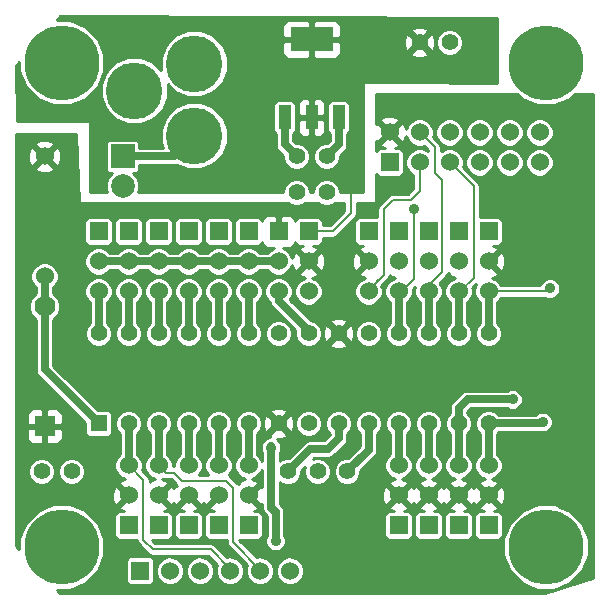
<source format=gtl>
G04 (created by PCBNEW (2013-05-31 BZR 4019)-stable) date 9/24/2013 7:23:39 PM*
%MOIN*%
G04 Gerber Fmt 3.4, Leading zero omitted, Abs format*
%FSLAX34Y34*%
G01*
G70*
G90*
G04 APERTURE LIST*
%ADD10C,0.00590551*%
%ADD11R,0.144X0.08*%
%ADD12R,0.04X0.08*%
%ADD13C,0.25*%
%ADD14C,0.055*%
%ADD15R,0.055X0.055*%
%ADD16R,0.0787X0.0787*%
%ADD17C,0.0787*%
%ADD18R,0.06X0.06*%
%ADD19C,0.06*%
%ADD20C,0.07*%
%ADD21R,0.07X0.07*%
%ADD22C,0.189*%
%ADD23C,0.035*%
%ADD24C,0.025*%
%ADD25C,0.008*%
%ADD26C,0.01*%
G04 APERTURE END LIST*
G54D10*
G54D11*
X31553Y-16548D03*
G54D12*
X31553Y-19148D03*
X32453Y-19148D03*
X30653Y-19148D03*
G54D13*
X23228Y-17322D03*
X39370Y-17322D03*
X39370Y-33464D03*
G54D14*
X35153Y-16648D03*
X36153Y-16648D03*
X32053Y-20448D03*
X31053Y-20448D03*
X23553Y-30948D03*
X22553Y-30948D03*
X31053Y-21648D03*
X32053Y-21648D03*
X25453Y-29348D03*
X26453Y-29348D03*
X27453Y-29348D03*
X28453Y-29348D03*
X29453Y-29348D03*
X30453Y-29348D03*
X31453Y-29348D03*
X32453Y-29348D03*
X33453Y-29348D03*
X34453Y-29348D03*
X35453Y-29348D03*
X36453Y-29348D03*
X37453Y-29348D03*
G54D15*
X24453Y-29348D03*
G54D14*
X37453Y-26348D03*
X36453Y-26348D03*
X35453Y-26348D03*
X34453Y-26348D03*
X33453Y-26348D03*
X32453Y-26348D03*
X31453Y-26348D03*
X30453Y-26348D03*
X29453Y-26348D03*
X28453Y-26348D03*
X27453Y-26348D03*
X26453Y-26348D03*
X25453Y-26348D03*
X24453Y-26348D03*
G54D16*
X25253Y-20448D03*
G54D17*
X25253Y-21448D03*
G54D18*
X25846Y-34251D03*
G54D19*
X26846Y-34251D03*
X27846Y-34251D03*
X28846Y-34251D03*
X29846Y-34251D03*
X30846Y-34251D03*
G54D18*
X29453Y-32748D03*
G54D19*
X29453Y-31748D03*
X29453Y-30748D03*
G54D18*
X33453Y-22948D03*
G54D19*
X33453Y-23948D03*
X33453Y-24948D03*
G54D18*
X34453Y-22948D03*
G54D19*
X34453Y-23948D03*
X34453Y-24948D03*
G54D18*
X35453Y-22948D03*
G54D19*
X35453Y-23948D03*
X35453Y-24948D03*
G54D18*
X36453Y-22948D03*
G54D19*
X36453Y-23948D03*
X36453Y-24948D03*
G54D18*
X37453Y-22948D03*
G54D19*
X37453Y-23948D03*
X37453Y-24948D03*
G54D18*
X37453Y-32748D03*
G54D19*
X37453Y-31748D03*
X37453Y-30748D03*
G54D18*
X36453Y-32748D03*
G54D19*
X36453Y-31748D03*
X36453Y-30748D03*
G54D18*
X35453Y-32748D03*
G54D19*
X35453Y-31748D03*
X35453Y-30748D03*
G54D18*
X34453Y-32748D03*
G54D19*
X34453Y-31748D03*
X34453Y-30748D03*
G54D18*
X29453Y-22948D03*
G54D19*
X29453Y-23948D03*
X29453Y-24948D03*
G54D18*
X28453Y-32748D03*
G54D19*
X28453Y-31748D03*
X28453Y-30748D03*
G54D18*
X27453Y-32748D03*
G54D19*
X27453Y-31748D03*
X27453Y-30748D03*
G54D18*
X26453Y-32748D03*
G54D19*
X26453Y-31748D03*
X26453Y-30748D03*
G54D18*
X25453Y-32748D03*
G54D19*
X25453Y-31748D03*
X25453Y-30748D03*
G54D18*
X24453Y-22948D03*
G54D19*
X24453Y-23948D03*
X24453Y-24948D03*
G54D18*
X25453Y-22948D03*
G54D19*
X25453Y-23948D03*
X25453Y-24948D03*
G54D18*
X26453Y-22948D03*
G54D19*
X26453Y-23948D03*
X26453Y-24948D03*
G54D18*
X27453Y-22948D03*
G54D19*
X27453Y-23948D03*
X27453Y-24948D03*
G54D18*
X28453Y-22948D03*
G54D19*
X28453Y-23948D03*
X28453Y-24948D03*
G54D20*
X22653Y-25448D03*
G54D21*
X22653Y-29448D03*
G54D19*
X22653Y-20448D03*
X22653Y-24448D03*
G54D18*
X30453Y-22948D03*
G54D19*
X30453Y-23948D03*
X30453Y-24948D03*
G54D18*
X31453Y-22948D03*
G54D19*
X31453Y-23948D03*
X31453Y-24948D03*
G54D13*
X23228Y-33464D03*
G54D14*
X32737Y-30948D03*
X30769Y-30948D03*
X31753Y-30948D03*
G54D18*
X34153Y-20648D03*
G54D19*
X34153Y-19648D03*
X35153Y-20648D03*
X35153Y-19648D03*
X36153Y-20648D03*
X36153Y-19648D03*
X37153Y-20648D03*
X37153Y-19648D03*
X38153Y-20648D03*
X38153Y-19648D03*
X39153Y-20648D03*
X39153Y-19648D03*
G54D22*
X27650Y-17350D03*
X27650Y-19750D03*
X25650Y-18250D03*
G54D23*
X34953Y-22198D03*
X38253Y-28548D03*
X39253Y-29298D03*
X39503Y-24848D03*
X30200Y-30150D03*
X30354Y-33267D03*
G54D24*
X29453Y-26348D02*
X29453Y-24948D01*
X28453Y-26348D02*
X28453Y-24948D01*
X27453Y-26348D02*
X27453Y-24948D01*
X26453Y-26348D02*
X26453Y-24948D01*
X25453Y-26348D02*
X25453Y-24948D01*
X24453Y-26348D02*
X24453Y-24948D01*
X31453Y-26348D02*
X31453Y-26253D01*
X30453Y-25253D02*
X30453Y-24948D01*
X31453Y-26253D02*
X30453Y-25253D01*
X25453Y-30748D02*
X25453Y-29348D01*
G54D25*
X28846Y-34251D02*
X28846Y-34200D01*
X25944Y-31239D02*
X25453Y-30748D01*
X25944Y-33228D02*
X25944Y-31239D01*
X26259Y-33543D02*
X25944Y-33228D01*
X28188Y-33543D02*
X26259Y-33543D01*
X28846Y-34200D02*
X28188Y-33543D01*
G54D24*
X26453Y-30748D02*
X26453Y-29348D01*
G54D25*
X29846Y-34251D02*
X29846Y-34216D01*
X26689Y-30984D02*
X26453Y-30748D01*
X26968Y-30984D02*
X26689Y-30984D01*
X27244Y-31259D02*
X26968Y-30984D01*
X28700Y-31259D02*
X27244Y-31259D01*
X28937Y-31496D02*
X28700Y-31259D01*
X28937Y-33307D02*
X28937Y-31496D01*
X29846Y-34216D02*
X28937Y-33307D01*
G54D24*
X36453Y-24948D02*
X36453Y-26348D01*
G54D25*
X36453Y-24948D02*
X36503Y-24948D01*
X36953Y-21448D02*
X36153Y-20648D01*
X36953Y-24498D02*
X36953Y-21448D01*
X36503Y-24948D02*
X36953Y-24498D01*
G54D24*
X35453Y-24948D02*
X35453Y-26348D01*
G54D25*
X35453Y-24948D02*
X35453Y-24748D01*
X35653Y-20148D02*
X35153Y-19648D01*
X35653Y-20998D02*
X35653Y-20148D01*
X35903Y-21248D02*
X35653Y-20998D01*
X35903Y-24298D02*
X35903Y-21248D01*
X35453Y-24748D02*
X35903Y-24298D01*
G54D24*
X34453Y-24948D02*
X34453Y-26348D01*
G54D25*
X34453Y-24948D02*
X34553Y-24948D01*
X34953Y-24548D02*
X34953Y-22198D01*
X34553Y-24948D02*
X34953Y-24548D01*
X33453Y-24948D02*
X33453Y-24898D01*
X33453Y-24898D02*
X33953Y-24398D01*
X35153Y-21598D02*
X35153Y-20648D01*
X34853Y-21898D02*
X35153Y-21598D01*
X34253Y-21898D02*
X34853Y-21898D01*
X33953Y-22198D02*
X34253Y-21898D01*
X33953Y-24398D02*
X33953Y-22198D01*
X33453Y-24898D02*
X33928Y-24423D01*
X33928Y-24423D02*
X33703Y-24648D01*
G54D24*
X27453Y-30748D02*
X27453Y-29348D01*
X28453Y-30748D02*
X28453Y-29348D01*
X29453Y-30748D02*
X29453Y-29348D01*
X34453Y-29348D02*
X34453Y-30748D01*
X35453Y-29348D02*
X35453Y-30748D01*
X38253Y-28548D02*
X36753Y-28548D01*
X36753Y-28548D02*
X36453Y-28848D01*
X36453Y-28848D02*
X36453Y-29348D01*
X36453Y-29348D02*
X36453Y-30748D01*
G54D25*
X36453Y-29348D02*
X36453Y-28848D01*
X36453Y-28848D02*
X36753Y-28548D01*
G54D24*
X37453Y-29348D02*
X39203Y-29348D01*
X39203Y-29348D02*
X39253Y-29298D01*
X37453Y-29348D02*
X37453Y-30748D01*
G54D25*
X39203Y-29348D02*
X39253Y-29298D01*
G54D24*
X37453Y-24948D02*
X37453Y-26348D01*
G54D25*
X37453Y-24948D02*
X39403Y-24948D01*
X39403Y-24948D02*
X39503Y-24848D01*
G54D24*
X32453Y-29348D02*
X32453Y-29846D01*
X31517Y-30200D02*
X30769Y-30948D01*
X32100Y-30200D02*
X31517Y-30200D01*
X32453Y-29846D02*
X32100Y-30200D01*
X33453Y-29348D02*
X33453Y-30232D01*
X33453Y-30232D02*
X32737Y-30948D01*
X32453Y-19148D02*
X32453Y-20048D01*
X32453Y-20048D02*
X32053Y-20448D01*
X25253Y-20448D02*
X26953Y-20448D01*
X26953Y-20448D02*
X27653Y-19748D01*
G54D25*
X26953Y-20448D02*
X27653Y-19748D01*
X32453Y-20048D02*
X32053Y-20448D01*
X31453Y-22948D02*
X32253Y-22948D01*
X32853Y-22348D02*
X32853Y-21573D01*
X32253Y-22948D02*
X32853Y-22348D01*
G54D24*
X30653Y-19148D02*
X30653Y-20048D01*
X30653Y-20048D02*
X31053Y-20448D01*
G54D25*
X30653Y-20048D02*
X31053Y-20448D01*
X30200Y-30150D02*
X30200Y-30100D01*
G54D24*
X30354Y-33267D02*
X30354Y-32304D01*
X30354Y-32304D02*
X30200Y-32150D01*
X30200Y-32150D02*
X30200Y-30100D01*
X22653Y-25448D02*
X22653Y-27548D01*
X22653Y-27548D02*
X24453Y-29348D01*
X22653Y-25448D02*
X22653Y-24448D01*
G54D25*
X22653Y-27548D02*
X24453Y-29348D01*
G54D24*
X24453Y-23948D02*
X25453Y-23948D01*
X25453Y-23948D02*
X26453Y-23948D01*
X26453Y-23948D02*
X27453Y-23948D01*
X27453Y-23948D02*
X28453Y-23948D01*
X28453Y-23948D02*
X29453Y-23948D01*
X29453Y-23948D02*
X30453Y-23948D01*
G54D25*
X29453Y-23948D02*
X30453Y-23948D01*
X28453Y-23948D02*
X29453Y-23948D01*
X27453Y-23948D02*
X28453Y-23948D01*
X26453Y-23948D02*
X27453Y-23948D01*
X25453Y-23948D02*
X26453Y-23948D01*
G54D10*
G36*
X34529Y-23953D02*
X34459Y-24024D01*
X34453Y-24018D01*
X34447Y-24024D01*
X34377Y-23953D01*
X34382Y-23948D01*
X34377Y-23942D01*
X34447Y-23871D01*
X34453Y-23877D01*
X34459Y-23871D01*
X34529Y-23942D01*
X34524Y-23948D01*
X34529Y-23953D01*
X34529Y-23953D01*
G37*
G54D26*
X34529Y-23953D02*
X34459Y-24024D01*
X34453Y-24018D01*
X34447Y-24024D01*
X34377Y-23953D01*
X34382Y-23948D01*
X34377Y-23942D01*
X34447Y-23871D01*
X34453Y-23877D01*
X34459Y-23871D01*
X34529Y-23942D01*
X34524Y-23948D01*
X34529Y-23953D01*
G54D10*
G36*
X35529Y-23953D02*
X35459Y-24024D01*
X35453Y-24018D01*
X35447Y-24024D01*
X35377Y-23953D01*
X35382Y-23948D01*
X35377Y-23942D01*
X35447Y-23871D01*
X35453Y-23877D01*
X35459Y-23871D01*
X35529Y-23942D01*
X35524Y-23948D01*
X35529Y-23953D01*
X35529Y-23953D01*
G37*
G54D26*
X35529Y-23953D02*
X35459Y-24024D01*
X35453Y-24018D01*
X35447Y-24024D01*
X35377Y-23953D01*
X35382Y-23948D01*
X35377Y-23942D01*
X35447Y-23871D01*
X35453Y-23877D01*
X35459Y-23871D01*
X35529Y-23942D01*
X35524Y-23948D01*
X35529Y-23953D01*
G54D10*
G36*
X36529Y-23953D02*
X36459Y-24024D01*
X36453Y-24018D01*
X36447Y-24024D01*
X36377Y-23953D01*
X36382Y-23948D01*
X36377Y-23942D01*
X36447Y-23871D01*
X36453Y-23877D01*
X36459Y-23871D01*
X36529Y-23942D01*
X36524Y-23948D01*
X36529Y-23953D01*
X36529Y-23953D01*
G37*
G54D26*
X36529Y-23953D02*
X36459Y-24024D01*
X36453Y-24018D01*
X36447Y-24024D01*
X36377Y-23953D01*
X36382Y-23948D01*
X36377Y-23942D01*
X36447Y-23871D01*
X36453Y-23877D01*
X36459Y-23871D01*
X36529Y-23942D01*
X36524Y-23948D01*
X36529Y-23953D01*
G54D10*
G36*
X40928Y-34486D02*
X40790Y-34531D01*
X40790Y-33183D01*
X40574Y-32661D01*
X40175Y-32261D01*
X39848Y-32125D01*
X39848Y-24779D01*
X39796Y-24652D01*
X39699Y-24555D01*
X39623Y-24524D01*
X39623Y-20554D01*
X39623Y-19554D01*
X39552Y-19382D01*
X39420Y-19249D01*
X39247Y-19178D01*
X39060Y-19177D01*
X38887Y-19249D01*
X38755Y-19381D01*
X38683Y-19554D01*
X38683Y-19741D01*
X38754Y-19913D01*
X38886Y-20046D01*
X39059Y-20117D01*
X39246Y-20118D01*
X39419Y-20046D01*
X39551Y-19914D01*
X39623Y-19741D01*
X39623Y-19554D01*
X39623Y-20554D01*
X39552Y-20382D01*
X39420Y-20249D01*
X39247Y-20178D01*
X39060Y-20177D01*
X38887Y-20249D01*
X38755Y-20381D01*
X38683Y-20554D01*
X38683Y-20741D01*
X38754Y-20913D01*
X38886Y-21046D01*
X39059Y-21117D01*
X39246Y-21118D01*
X39419Y-21046D01*
X39551Y-20914D01*
X39623Y-20741D01*
X39623Y-20554D01*
X39623Y-24524D01*
X39572Y-24503D01*
X39435Y-24502D01*
X39308Y-24555D01*
X39211Y-24652D01*
X39175Y-24738D01*
X38623Y-24738D01*
X38623Y-20554D01*
X38623Y-19554D01*
X38552Y-19382D01*
X38420Y-19249D01*
X38247Y-19178D01*
X38060Y-19177D01*
X37887Y-19249D01*
X37755Y-19381D01*
X37683Y-19554D01*
X37683Y-19741D01*
X37754Y-19913D01*
X37886Y-20046D01*
X38059Y-20117D01*
X38246Y-20118D01*
X38419Y-20046D01*
X38551Y-19914D01*
X38623Y-19741D01*
X38623Y-19554D01*
X38623Y-20554D01*
X38552Y-20382D01*
X38420Y-20249D01*
X38247Y-20178D01*
X38060Y-20177D01*
X37887Y-20249D01*
X37755Y-20381D01*
X37683Y-20554D01*
X37683Y-20741D01*
X37754Y-20913D01*
X37886Y-21046D01*
X38059Y-21117D01*
X38246Y-21118D01*
X38419Y-21046D01*
X38551Y-20914D01*
X38623Y-20741D01*
X38623Y-20554D01*
X38623Y-24738D01*
X38008Y-24738D01*
X38008Y-24029D01*
X37997Y-23811D01*
X37934Y-23660D01*
X37839Y-23632D01*
X37524Y-23948D01*
X37839Y-24263D01*
X37934Y-24235D01*
X38008Y-24029D01*
X38008Y-24738D01*
X37875Y-24738D01*
X37852Y-24682D01*
X37720Y-24549D01*
X37581Y-24492D01*
X37590Y-24491D01*
X37741Y-24429D01*
X37768Y-24333D01*
X37453Y-24018D01*
X37447Y-24024D01*
X37377Y-23953D01*
X37382Y-23948D01*
X37377Y-23942D01*
X37447Y-23871D01*
X37453Y-23877D01*
X37768Y-23562D01*
X37741Y-23466D01*
X37604Y-23418D01*
X37787Y-23418D01*
X37849Y-23392D01*
X37897Y-23344D01*
X37923Y-23281D01*
X37923Y-23214D01*
X37923Y-22614D01*
X37897Y-22551D01*
X37849Y-22503D01*
X37787Y-22478D01*
X37719Y-22478D01*
X37623Y-22478D01*
X37623Y-20554D01*
X37623Y-19554D01*
X37552Y-19382D01*
X37420Y-19249D01*
X37247Y-19178D01*
X37060Y-19177D01*
X36887Y-19249D01*
X36755Y-19381D01*
X36683Y-19554D01*
X36683Y-19741D01*
X36754Y-19913D01*
X36886Y-20046D01*
X37059Y-20117D01*
X37246Y-20118D01*
X37419Y-20046D01*
X37551Y-19914D01*
X37623Y-19741D01*
X37623Y-19554D01*
X37623Y-20554D01*
X37552Y-20382D01*
X37420Y-20249D01*
X37247Y-20178D01*
X37060Y-20177D01*
X36887Y-20249D01*
X36755Y-20381D01*
X36683Y-20554D01*
X36683Y-20741D01*
X36754Y-20913D01*
X36886Y-21046D01*
X37059Y-21117D01*
X37246Y-21118D01*
X37419Y-21046D01*
X37551Y-20914D01*
X37623Y-20741D01*
X37623Y-20554D01*
X37623Y-22478D01*
X37163Y-22478D01*
X37163Y-21448D01*
X37163Y-21448D01*
X37163Y-21448D01*
X37160Y-21432D01*
X37147Y-21367D01*
X37147Y-21367D01*
X37102Y-21299D01*
X37102Y-21299D01*
X36600Y-20797D01*
X36623Y-20741D01*
X36623Y-20554D01*
X36623Y-19554D01*
X36552Y-19382D01*
X36420Y-19249D01*
X36247Y-19178D01*
X36060Y-19177D01*
X35887Y-19249D01*
X35755Y-19381D01*
X35683Y-19554D01*
X35683Y-19741D01*
X35754Y-19913D01*
X35886Y-20046D01*
X36059Y-20117D01*
X36246Y-20118D01*
X36419Y-20046D01*
X36551Y-19914D01*
X36623Y-19741D01*
X36623Y-19554D01*
X36623Y-20554D01*
X36552Y-20382D01*
X36420Y-20249D01*
X36247Y-20178D01*
X36060Y-20177D01*
X35887Y-20249D01*
X35863Y-20273D01*
X35863Y-20148D01*
X35847Y-20067D01*
X35847Y-20067D01*
X35802Y-19999D01*
X35600Y-19797D01*
X35623Y-19741D01*
X35623Y-19554D01*
X35552Y-19382D01*
X35420Y-19249D01*
X35247Y-19178D01*
X35060Y-19177D01*
X34887Y-19249D01*
X34755Y-19381D01*
X34697Y-19519D01*
X34697Y-19511D01*
X34634Y-19360D01*
X34539Y-19332D01*
X34468Y-19403D01*
X34468Y-19262D01*
X34441Y-19166D01*
X34235Y-19093D01*
X34016Y-19104D01*
X33865Y-19166D01*
X33838Y-19262D01*
X34153Y-19577D01*
X34468Y-19262D01*
X34468Y-19403D01*
X34224Y-19648D01*
X34539Y-19963D01*
X34634Y-19935D01*
X34694Y-19768D01*
X34754Y-19913D01*
X34886Y-20046D01*
X35059Y-20117D01*
X35246Y-20118D01*
X35303Y-20094D01*
X35443Y-20235D01*
X35443Y-20273D01*
X35420Y-20249D01*
X35247Y-20178D01*
X35060Y-20177D01*
X34887Y-20249D01*
X34755Y-20381D01*
X34683Y-20554D01*
X34683Y-20741D01*
X34754Y-20913D01*
X34886Y-21046D01*
X34943Y-21069D01*
X34943Y-21511D01*
X34766Y-21688D01*
X34253Y-21688D01*
X34253Y-21688D01*
X34237Y-21691D01*
X34173Y-21704D01*
X34105Y-21749D01*
X34105Y-21749D01*
X33805Y-22049D01*
X33759Y-22117D01*
X33743Y-22198D01*
X33743Y-22478D01*
X33719Y-22478D01*
X33119Y-22478D01*
X33057Y-22503D01*
X33009Y-22551D01*
X32983Y-22614D01*
X32983Y-22681D01*
X32983Y-23281D01*
X33009Y-23344D01*
X33057Y-23392D01*
X33119Y-23418D01*
X33187Y-23418D01*
X33283Y-23418D01*
X33165Y-23466D01*
X33138Y-23562D01*
X33453Y-23877D01*
X33459Y-23871D01*
X33529Y-23942D01*
X33524Y-23948D01*
X33529Y-23953D01*
X33459Y-24024D01*
X33453Y-24018D01*
X33382Y-24089D01*
X33382Y-23948D01*
X33067Y-23632D01*
X32972Y-23660D01*
X32898Y-23866D01*
X32909Y-24084D01*
X32972Y-24235D01*
X33067Y-24263D01*
X33382Y-23948D01*
X33382Y-24089D01*
X33138Y-24333D01*
X33165Y-24429D01*
X33333Y-24489D01*
X33187Y-24549D01*
X33055Y-24681D01*
X32983Y-24854D01*
X32983Y-25041D01*
X33054Y-25213D01*
X33186Y-25346D01*
X33359Y-25417D01*
X33546Y-25418D01*
X33719Y-25346D01*
X33851Y-25214D01*
X33923Y-25041D01*
X33923Y-24854D01*
X33885Y-24762D01*
X34077Y-24571D01*
X34077Y-24571D01*
X34102Y-24546D01*
X34147Y-24478D01*
X34147Y-24478D01*
X34160Y-24412D01*
X34165Y-24429D01*
X34333Y-24489D01*
X34187Y-24549D01*
X34055Y-24681D01*
X33983Y-24854D01*
X33983Y-25041D01*
X34054Y-25213D01*
X34158Y-25317D01*
X34158Y-26013D01*
X34076Y-26095D01*
X34008Y-26259D01*
X34008Y-26436D01*
X34076Y-26599D01*
X34201Y-26725D01*
X34364Y-26792D01*
X34541Y-26793D01*
X34705Y-26725D01*
X34830Y-26600D01*
X34898Y-26436D01*
X34898Y-26259D01*
X34831Y-26096D01*
X34748Y-26013D01*
X34748Y-25317D01*
X34851Y-25214D01*
X34923Y-25041D01*
X34923Y-24874D01*
X35011Y-24787D01*
X34983Y-24854D01*
X34983Y-25041D01*
X35054Y-25213D01*
X35158Y-25317D01*
X35158Y-26013D01*
X35076Y-26095D01*
X35008Y-26259D01*
X35008Y-26436D01*
X35076Y-26599D01*
X35201Y-26725D01*
X35364Y-26792D01*
X35541Y-26793D01*
X35705Y-26725D01*
X35830Y-26600D01*
X35898Y-26436D01*
X35898Y-26259D01*
X35831Y-26096D01*
X35748Y-26013D01*
X35748Y-25317D01*
X35851Y-25214D01*
X35923Y-25041D01*
X35923Y-24854D01*
X35852Y-24682D01*
X35834Y-24664D01*
X36052Y-24446D01*
X36097Y-24378D01*
X36098Y-24373D01*
X36138Y-24333D01*
X36165Y-24429D01*
X36333Y-24489D01*
X36187Y-24549D01*
X36055Y-24681D01*
X35983Y-24854D01*
X35983Y-25041D01*
X36054Y-25213D01*
X36158Y-25317D01*
X36158Y-26013D01*
X36076Y-26095D01*
X36008Y-26259D01*
X36008Y-26436D01*
X36076Y-26599D01*
X36201Y-26725D01*
X36364Y-26792D01*
X36541Y-26793D01*
X36705Y-26725D01*
X36830Y-26600D01*
X36898Y-26436D01*
X36898Y-26259D01*
X36831Y-26096D01*
X36748Y-26013D01*
X36748Y-25317D01*
X36851Y-25214D01*
X36923Y-25041D01*
X36923Y-24854D01*
X36914Y-24833D01*
X37046Y-24701D01*
X36983Y-24854D01*
X36983Y-25041D01*
X37054Y-25213D01*
X37158Y-25317D01*
X37158Y-26013D01*
X37076Y-26095D01*
X37008Y-26259D01*
X37008Y-26436D01*
X37076Y-26599D01*
X37201Y-26725D01*
X37364Y-26792D01*
X37541Y-26793D01*
X37705Y-26725D01*
X37830Y-26600D01*
X37898Y-26436D01*
X37898Y-26259D01*
X37831Y-26096D01*
X37748Y-26013D01*
X37748Y-25317D01*
X37851Y-25214D01*
X37875Y-25158D01*
X39350Y-25158D01*
X39434Y-25192D01*
X39571Y-25193D01*
X39698Y-25140D01*
X39795Y-25043D01*
X39848Y-24916D01*
X39848Y-24779D01*
X39848Y-32125D01*
X39653Y-32044D01*
X39598Y-32044D01*
X39598Y-29229D01*
X39546Y-29102D01*
X39449Y-29005D01*
X39322Y-28953D01*
X39185Y-28952D01*
X39058Y-29005D01*
X39010Y-29053D01*
X38598Y-29053D01*
X38598Y-28479D01*
X38546Y-28352D01*
X38449Y-28255D01*
X38322Y-28203D01*
X38185Y-28202D01*
X38064Y-28253D01*
X36753Y-28253D01*
X36640Y-28275D01*
X36544Y-28339D01*
X36244Y-28639D01*
X36180Y-28735D01*
X36158Y-28848D01*
X36158Y-29013D01*
X36076Y-29095D01*
X36008Y-29259D01*
X36008Y-29436D01*
X36076Y-29599D01*
X36158Y-29682D01*
X36158Y-30378D01*
X36055Y-30481D01*
X35983Y-30654D01*
X35983Y-30841D01*
X36054Y-31013D01*
X36186Y-31146D01*
X36325Y-31203D01*
X36316Y-31204D01*
X36165Y-31266D01*
X36138Y-31362D01*
X36453Y-31677D01*
X36768Y-31362D01*
X36741Y-31266D01*
X36573Y-31206D01*
X36719Y-31146D01*
X36851Y-31014D01*
X36923Y-30841D01*
X36923Y-30654D01*
X36852Y-30482D01*
X36748Y-30378D01*
X36748Y-29682D01*
X36830Y-29600D01*
X36898Y-29436D01*
X36898Y-29259D01*
X36831Y-29096D01*
X36748Y-29013D01*
X36748Y-28970D01*
X36875Y-28843D01*
X38064Y-28843D01*
X38184Y-28892D01*
X38321Y-28893D01*
X38448Y-28840D01*
X38545Y-28743D01*
X38598Y-28616D01*
X38598Y-28479D01*
X38598Y-29053D01*
X37787Y-29053D01*
X37705Y-28970D01*
X37542Y-28903D01*
X37365Y-28902D01*
X37201Y-28970D01*
X37076Y-29095D01*
X37008Y-29259D01*
X37008Y-29436D01*
X37076Y-29599D01*
X37158Y-29682D01*
X37158Y-30378D01*
X37055Y-30481D01*
X36983Y-30654D01*
X36983Y-30841D01*
X37054Y-31013D01*
X37186Y-31146D01*
X37325Y-31203D01*
X37316Y-31204D01*
X37165Y-31266D01*
X37138Y-31362D01*
X37453Y-31677D01*
X37768Y-31362D01*
X37741Y-31266D01*
X37573Y-31206D01*
X37719Y-31146D01*
X37851Y-31014D01*
X37923Y-30841D01*
X37923Y-30654D01*
X37852Y-30482D01*
X37748Y-30378D01*
X37748Y-29682D01*
X37787Y-29643D01*
X39203Y-29643D01*
X39203Y-29642D01*
X39321Y-29643D01*
X39448Y-29590D01*
X39545Y-29493D01*
X39598Y-29366D01*
X39598Y-29229D01*
X39598Y-32044D01*
X39088Y-32044D01*
X38566Y-32260D01*
X38166Y-32659D01*
X38008Y-33041D01*
X38008Y-31829D01*
X37997Y-31611D01*
X37934Y-31460D01*
X37839Y-31432D01*
X37524Y-31748D01*
X37839Y-32063D01*
X37934Y-32035D01*
X38008Y-31829D01*
X38008Y-33041D01*
X37950Y-33180D01*
X37949Y-33745D01*
X38165Y-34267D01*
X38564Y-34667D01*
X39086Y-34884D01*
X39651Y-34884D01*
X40173Y-34669D01*
X40573Y-34269D01*
X40789Y-33748D01*
X40790Y-33183D01*
X40790Y-34531D01*
X39345Y-34998D01*
X37923Y-34998D01*
X37923Y-33014D01*
X37923Y-32414D01*
X37897Y-32351D01*
X37849Y-32303D01*
X37787Y-32278D01*
X37719Y-32278D01*
X37623Y-32278D01*
X37741Y-32229D01*
X37768Y-32133D01*
X37453Y-31818D01*
X37382Y-31889D01*
X37382Y-31748D01*
X37067Y-31432D01*
X36972Y-31460D01*
X36954Y-31508D01*
X36934Y-31460D01*
X36839Y-31432D01*
X36524Y-31748D01*
X36839Y-32063D01*
X36934Y-32035D01*
X36952Y-31987D01*
X36972Y-32035D01*
X37067Y-32063D01*
X37382Y-31748D01*
X37382Y-31889D01*
X37138Y-32133D01*
X37165Y-32229D01*
X37302Y-32278D01*
X37119Y-32278D01*
X37057Y-32303D01*
X37009Y-32351D01*
X36983Y-32414D01*
X36983Y-32481D01*
X36983Y-33081D01*
X37009Y-33144D01*
X37057Y-33192D01*
X37119Y-33218D01*
X37187Y-33218D01*
X37787Y-33218D01*
X37849Y-33192D01*
X37897Y-33144D01*
X37923Y-33081D01*
X37923Y-33014D01*
X37923Y-34998D01*
X36923Y-34998D01*
X36923Y-33014D01*
X36923Y-32414D01*
X36897Y-32351D01*
X36849Y-32303D01*
X36787Y-32278D01*
X36719Y-32278D01*
X36623Y-32278D01*
X36741Y-32229D01*
X36768Y-32133D01*
X36453Y-31818D01*
X36382Y-31889D01*
X36382Y-31748D01*
X36067Y-31432D01*
X35972Y-31460D01*
X35954Y-31508D01*
X35934Y-31460D01*
X35923Y-31456D01*
X35923Y-30654D01*
X35852Y-30482D01*
X35748Y-30378D01*
X35748Y-29682D01*
X35830Y-29600D01*
X35898Y-29436D01*
X35898Y-29259D01*
X35831Y-29096D01*
X35705Y-28970D01*
X35542Y-28903D01*
X35365Y-28902D01*
X35201Y-28970D01*
X35076Y-29095D01*
X35008Y-29259D01*
X35008Y-29436D01*
X35076Y-29599D01*
X35158Y-29682D01*
X35158Y-30378D01*
X35055Y-30481D01*
X34983Y-30654D01*
X34983Y-30841D01*
X35054Y-31013D01*
X35186Y-31146D01*
X35325Y-31203D01*
X35316Y-31204D01*
X35165Y-31266D01*
X35138Y-31362D01*
X35453Y-31677D01*
X35768Y-31362D01*
X35741Y-31266D01*
X35573Y-31206D01*
X35719Y-31146D01*
X35851Y-31014D01*
X35923Y-30841D01*
X35923Y-30654D01*
X35923Y-31456D01*
X35839Y-31432D01*
X35524Y-31748D01*
X35839Y-32063D01*
X35934Y-32035D01*
X35952Y-31987D01*
X35972Y-32035D01*
X36067Y-32063D01*
X36382Y-31748D01*
X36382Y-31889D01*
X36138Y-32133D01*
X36165Y-32229D01*
X36302Y-32278D01*
X36119Y-32278D01*
X36057Y-32303D01*
X36009Y-32351D01*
X35983Y-32414D01*
X35983Y-32481D01*
X35983Y-33081D01*
X36009Y-33144D01*
X36057Y-33192D01*
X36119Y-33218D01*
X36187Y-33218D01*
X36787Y-33218D01*
X36849Y-33192D01*
X36897Y-33144D01*
X36923Y-33081D01*
X36923Y-33014D01*
X36923Y-34998D01*
X35923Y-34998D01*
X35923Y-33014D01*
X35923Y-32414D01*
X35897Y-32351D01*
X35849Y-32303D01*
X35787Y-32278D01*
X35719Y-32278D01*
X35623Y-32278D01*
X35741Y-32229D01*
X35768Y-32133D01*
X35453Y-31818D01*
X35382Y-31889D01*
X35382Y-31748D01*
X35067Y-31432D01*
X34972Y-31460D01*
X34954Y-31508D01*
X34934Y-31460D01*
X34923Y-31456D01*
X34923Y-30654D01*
X34852Y-30482D01*
X34748Y-30378D01*
X34748Y-29682D01*
X34830Y-29600D01*
X34898Y-29436D01*
X34898Y-29259D01*
X34831Y-29096D01*
X34705Y-28970D01*
X34542Y-28903D01*
X34365Y-28902D01*
X34201Y-28970D01*
X34076Y-29095D01*
X34008Y-29259D01*
X34008Y-29436D01*
X34076Y-29599D01*
X34158Y-29682D01*
X34158Y-30378D01*
X34055Y-30481D01*
X33983Y-30654D01*
X33983Y-30841D01*
X34054Y-31013D01*
X34186Y-31146D01*
X34325Y-31203D01*
X34316Y-31204D01*
X34165Y-31266D01*
X34138Y-31362D01*
X34453Y-31677D01*
X34768Y-31362D01*
X34741Y-31266D01*
X34573Y-31206D01*
X34719Y-31146D01*
X34851Y-31014D01*
X34923Y-30841D01*
X34923Y-30654D01*
X34923Y-31456D01*
X34839Y-31432D01*
X34524Y-31748D01*
X34839Y-32063D01*
X34934Y-32035D01*
X34952Y-31987D01*
X34972Y-32035D01*
X35067Y-32063D01*
X35382Y-31748D01*
X35382Y-31889D01*
X35138Y-32133D01*
X35165Y-32229D01*
X35302Y-32278D01*
X35119Y-32278D01*
X35057Y-32303D01*
X35009Y-32351D01*
X34983Y-32414D01*
X34983Y-32481D01*
X34983Y-33081D01*
X35009Y-33144D01*
X35057Y-33192D01*
X35119Y-33218D01*
X35187Y-33218D01*
X35787Y-33218D01*
X35849Y-33192D01*
X35897Y-33144D01*
X35923Y-33081D01*
X35923Y-33014D01*
X35923Y-34998D01*
X34923Y-34998D01*
X34923Y-33014D01*
X34923Y-32414D01*
X34897Y-32351D01*
X34849Y-32303D01*
X34787Y-32278D01*
X34719Y-32278D01*
X34623Y-32278D01*
X34741Y-32229D01*
X34768Y-32133D01*
X34453Y-31818D01*
X34382Y-31889D01*
X34382Y-31748D01*
X34067Y-31432D01*
X33972Y-31460D01*
X33898Y-31666D01*
X33909Y-31884D01*
X33972Y-32035D01*
X34067Y-32063D01*
X34382Y-31748D01*
X34382Y-31889D01*
X34138Y-32133D01*
X34165Y-32229D01*
X34302Y-32278D01*
X34119Y-32278D01*
X34057Y-32303D01*
X34009Y-32351D01*
X33983Y-32414D01*
X33983Y-32481D01*
X33983Y-33081D01*
X34009Y-33144D01*
X34057Y-33192D01*
X34119Y-33218D01*
X34187Y-33218D01*
X34787Y-33218D01*
X34849Y-33192D01*
X34897Y-33144D01*
X34923Y-33081D01*
X34923Y-33014D01*
X34923Y-34998D01*
X33898Y-34998D01*
X33898Y-29259D01*
X33898Y-26259D01*
X33831Y-26096D01*
X33705Y-25970D01*
X33542Y-25903D01*
X33365Y-25902D01*
X33201Y-25970D01*
X33076Y-26095D01*
X33008Y-26259D01*
X33008Y-26436D01*
X33076Y-26599D01*
X33201Y-26725D01*
X33364Y-26792D01*
X33541Y-26793D01*
X33705Y-26725D01*
X33830Y-26600D01*
X33898Y-26436D01*
X33898Y-26259D01*
X33898Y-29259D01*
X33831Y-29096D01*
X33705Y-28970D01*
X33542Y-28903D01*
X33365Y-28902D01*
X33201Y-28970D01*
X33076Y-29095D01*
X33008Y-29259D01*
X33008Y-29436D01*
X33076Y-29599D01*
X33158Y-29682D01*
X33158Y-30109D01*
X32983Y-30284D01*
X32983Y-26423D01*
X32972Y-26215D01*
X32914Y-26075D01*
X32821Y-26050D01*
X32750Y-26121D01*
X32750Y-25980D01*
X32726Y-25887D01*
X32529Y-25818D01*
X32320Y-25829D01*
X32180Y-25887D01*
X32156Y-25980D01*
X32453Y-26277D01*
X32750Y-25980D01*
X32750Y-26121D01*
X32524Y-26348D01*
X32821Y-26645D01*
X32914Y-26620D01*
X32983Y-26423D01*
X32983Y-30284D01*
X32898Y-30369D01*
X32898Y-29259D01*
X32831Y-29096D01*
X32750Y-29015D01*
X32750Y-26715D01*
X32453Y-26418D01*
X32382Y-26489D01*
X32382Y-26348D01*
X32085Y-26050D01*
X32008Y-26071D01*
X32008Y-24029D01*
X31997Y-23811D01*
X31934Y-23660D01*
X31839Y-23632D01*
X31524Y-23948D01*
X31839Y-24263D01*
X31934Y-24235D01*
X32008Y-24029D01*
X32008Y-26071D01*
X31992Y-26075D01*
X31923Y-26272D01*
X31934Y-26480D01*
X31992Y-26620D01*
X32085Y-26645D01*
X32382Y-26348D01*
X32382Y-26489D01*
X32156Y-26715D01*
X32180Y-26808D01*
X32377Y-26877D01*
X32586Y-26866D01*
X32726Y-26808D01*
X32750Y-26715D01*
X32750Y-29015D01*
X32705Y-28970D01*
X32542Y-28903D01*
X32365Y-28902D01*
X32201Y-28970D01*
X32076Y-29095D01*
X32008Y-29259D01*
X32008Y-29436D01*
X32076Y-29599D01*
X32158Y-29682D01*
X32158Y-29724D01*
X31977Y-29905D01*
X31923Y-29905D01*
X31923Y-24854D01*
X31852Y-24682D01*
X31720Y-24549D01*
X31581Y-24492D01*
X31590Y-24491D01*
X31741Y-24429D01*
X31768Y-24333D01*
X31453Y-24018D01*
X31138Y-24333D01*
X31165Y-24429D01*
X31333Y-24489D01*
X31187Y-24549D01*
X31055Y-24681D01*
X30983Y-24854D01*
X30983Y-25041D01*
X31054Y-25213D01*
X31186Y-25346D01*
X31359Y-25417D01*
X31546Y-25418D01*
X31719Y-25346D01*
X31851Y-25214D01*
X31923Y-25041D01*
X31923Y-24854D01*
X31923Y-29905D01*
X31898Y-29905D01*
X31898Y-29259D01*
X31898Y-26259D01*
X31831Y-26096D01*
X31705Y-25970D01*
X31542Y-25903D01*
X31520Y-25903D01*
X30841Y-25224D01*
X30851Y-25214D01*
X30923Y-25041D01*
X30923Y-24854D01*
X30852Y-24682D01*
X30720Y-24549D01*
X30547Y-24478D01*
X30360Y-24477D01*
X30187Y-24549D01*
X30055Y-24681D01*
X29983Y-24854D01*
X29983Y-25041D01*
X30054Y-25213D01*
X30174Y-25333D01*
X30180Y-25366D01*
X30244Y-25462D01*
X31018Y-26235D01*
X31008Y-26259D01*
X31008Y-26436D01*
X31076Y-26599D01*
X31201Y-26725D01*
X31364Y-26792D01*
X31541Y-26793D01*
X31705Y-26725D01*
X31830Y-26600D01*
X31898Y-26436D01*
X31898Y-26259D01*
X31898Y-29259D01*
X31831Y-29096D01*
X31705Y-28970D01*
X31542Y-28903D01*
X31365Y-28902D01*
X31201Y-28970D01*
X31076Y-29095D01*
X31008Y-29259D01*
X31008Y-29436D01*
X31076Y-29599D01*
X31201Y-29725D01*
X31364Y-29792D01*
X31541Y-29793D01*
X31705Y-29725D01*
X31830Y-29600D01*
X31898Y-29436D01*
X31898Y-29259D01*
X31898Y-29905D01*
X31517Y-29905D01*
X31404Y-29927D01*
X31308Y-29991D01*
X30983Y-30316D01*
X30983Y-29423D01*
X30972Y-29215D01*
X30914Y-29075D01*
X30898Y-29071D01*
X30898Y-26259D01*
X30831Y-26096D01*
X30705Y-25970D01*
X30542Y-25903D01*
X30365Y-25902D01*
X30201Y-25970D01*
X30076Y-26095D01*
X30008Y-26259D01*
X30008Y-26436D01*
X30076Y-26599D01*
X30201Y-26725D01*
X30364Y-26792D01*
X30541Y-26793D01*
X30705Y-26725D01*
X30830Y-26600D01*
X30898Y-26436D01*
X30898Y-26259D01*
X30898Y-29071D01*
X30821Y-29050D01*
X30750Y-29121D01*
X30750Y-28980D01*
X30726Y-28887D01*
X30529Y-28818D01*
X30320Y-28829D01*
X30180Y-28887D01*
X30156Y-28980D01*
X30453Y-29277D01*
X30750Y-28980D01*
X30750Y-29121D01*
X30524Y-29348D01*
X30821Y-29645D01*
X30914Y-29620D01*
X30983Y-29423D01*
X30983Y-30316D01*
X30797Y-30503D01*
X30681Y-30502D01*
X30517Y-30570D01*
X30495Y-30593D01*
X30495Y-30339D01*
X30544Y-30218D01*
X30545Y-30081D01*
X30492Y-29954D01*
X30413Y-29875D01*
X30586Y-29866D01*
X30726Y-29808D01*
X30750Y-29715D01*
X30453Y-29418D01*
X30382Y-29489D01*
X30382Y-29348D01*
X30085Y-29050D01*
X29992Y-29075D01*
X29923Y-29272D01*
X29934Y-29480D01*
X29992Y-29620D01*
X30085Y-29645D01*
X30382Y-29348D01*
X30382Y-29489D01*
X30156Y-29715D01*
X30179Y-29804D01*
X30131Y-29804D01*
X30004Y-29857D01*
X29923Y-29938D01*
X29923Y-24854D01*
X29852Y-24682D01*
X29720Y-24549D01*
X29547Y-24478D01*
X29360Y-24477D01*
X29187Y-24549D01*
X29055Y-24681D01*
X28983Y-24854D01*
X28983Y-25041D01*
X29054Y-25213D01*
X29158Y-25317D01*
X29158Y-26013D01*
X29076Y-26095D01*
X29008Y-26259D01*
X29008Y-26436D01*
X29076Y-26599D01*
X29201Y-26725D01*
X29364Y-26792D01*
X29541Y-26793D01*
X29705Y-26725D01*
X29830Y-26600D01*
X29898Y-26436D01*
X29898Y-26259D01*
X29831Y-26096D01*
X29748Y-26013D01*
X29748Y-25317D01*
X29851Y-25214D01*
X29923Y-25041D01*
X29923Y-24854D01*
X29923Y-29938D01*
X29907Y-29954D01*
X29855Y-30081D01*
X29854Y-30218D01*
X29905Y-30339D01*
X29905Y-30609D01*
X29852Y-30482D01*
X29748Y-30378D01*
X29748Y-29682D01*
X29830Y-29600D01*
X29898Y-29436D01*
X29898Y-29259D01*
X29831Y-29096D01*
X29705Y-28970D01*
X29542Y-28903D01*
X29365Y-28902D01*
X29201Y-28970D01*
X29076Y-29095D01*
X29008Y-29259D01*
X29008Y-29436D01*
X29076Y-29599D01*
X29158Y-29682D01*
X29158Y-30378D01*
X29055Y-30481D01*
X28983Y-30654D01*
X28983Y-30841D01*
X29054Y-31013D01*
X29186Y-31146D01*
X29325Y-31203D01*
X29316Y-31204D01*
X29165Y-31266D01*
X29138Y-31362D01*
X29093Y-31316D01*
X29073Y-31335D01*
X28849Y-31111D01*
X28792Y-31073D01*
X28851Y-31014D01*
X28923Y-30841D01*
X28923Y-30654D01*
X28923Y-24854D01*
X28852Y-24682D01*
X28720Y-24549D01*
X28547Y-24478D01*
X28360Y-24477D01*
X28187Y-24549D01*
X28055Y-24681D01*
X27983Y-24854D01*
X27983Y-25041D01*
X28054Y-25213D01*
X28158Y-25317D01*
X28158Y-26013D01*
X28076Y-26095D01*
X28008Y-26259D01*
X28008Y-26436D01*
X28076Y-26599D01*
X28201Y-26725D01*
X28364Y-26792D01*
X28541Y-26793D01*
X28705Y-26725D01*
X28830Y-26600D01*
X28898Y-26436D01*
X28898Y-26259D01*
X28831Y-26096D01*
X28748Y-26013D01*
X28748Y-25317D01*
X28851Y-25214D01*
X28923Y-25041D01*
X28923Y-24854D01*
X28923Y-30654D01*
X28852Y-30482D01*
X28748Y-30378D01*
X28748Y-29682D01*
X28830Y-29600D01*
X28898Y-29436D01*
X28898Y-29259D01*
X28831Y-29096D01*
X28705Y-28970D01*
X28542Y-28903D01*
X28365Y-28902D01*
X28201Y-28970D01*
X28076Y-29095D01*
X28008Y-29259D01*
X28008Y-29436D01*
X28076Y-29599D01*
X28158Y-29682D01*
X28158Y-30378D01*
X28055Y-30481D01*
X27983Y-30654D01*
X27983Y-30841D01*
X28054Y-31013D01*
X28090Y-31049D01*
X27816Y-31049D01*
X27851Y-31014D01*
X27923Y-30841D01*
X27923Y-30654D01*
X27923Y-24854D01*
X27852Y-24682D01*
X27720Y-24549D01*
X27547Y-24478D01*
X27360Y-24477D01*
X27187Y-24549D01*
X27055Y-24681D01*
X26983Y-24854D01*
X26983Y-25041D01*
X27054Y-25213D01*
X27158Y-25317D01*
X27158Y-26013D01*
X27076Y-26095D01*
X27008Y-26259D01*
X27008Y-26436D01*
X27076Y-26599D01*
X27201Y-26725D01*
X27364Y-26792D01*
X27541Y-26793D01*
X27705Y-26725D01*
X27830Y-26600D01*
X27898Y-26436D01*
X27898Y-26259D01*
X27831Y-26096D01*
X27748Y-26013D01*
X27748Y-25317D01*
X27851Y-25214D01*
X27923Y-25041D01*
X27923Y-24854D01*
X27923Y-30654D01*
X27852Y-30482D01*
X27748Y-30378D01*
X27748Y-29682D01*
X27830Y-29600D01*
X27898Y-29436D01*
X27898Y-29259D01*
X27831Y-29096D01*
X27705Y-28970D01*
X27542Y-28903D01*
X27365Y-28902D01*
X27201Y-28970D01*
X27076Y-29095D01*
X27008Y-29259D01*
X27008Y-29436D01*
X27076Y-29599D01*
X27158Y-29682D01*
X27158Y-30378D01*
X27055Y-30481D01*
X26983Y-30654D01*
X26983Y-30777D01*
X26968Y-30774D01*
X26923Y-30774D01*
X26923Y-30654D01*
X26923Y-24854D01*
X26852Y-24682D01*
X26720Y-24549D01*
X26547Y-24478D01*
X26360Y-24477D01*
X26187Y-24549D01*
X26055Y-24681D01*
X25983Y-24854D01*
X25983Y-25041D01*
X26054Y-25213D01*
X26158Y-25317D01*
X26158Y-26013D01*
X26076Y-26095D01*
X26008Y-26259D01*
X26008Y-26436D01*
X26076Y-26599D01*
X26201Y-26725D01*
X26364Y-26792D01*
X26541Y-26793D01*
X26705Y-26725D01*
X26830Y-26600D01*
X26898Y-26436D01*
X26898Y-26259D01*
X26831Y-26096D01*
X26748Y-26013D01*
X26748Y-25317D01*
X26851Y-25214D01*
X26923Y-25041D01*
X26923Y-24854D01*
X26923Y-30654D01*
X26852Y-30482D01*
X26748Y-30378D01*
X26748Y-29682D01*
X26830Y-29600D01*
X26898Y-29436D01*
X26898Y-29259D01*
X26831Y-29096D01*
X26705Y-28970D01*
X26542Y-28903D01*
X26365Y-28902D01*
X26201Y-28970D01*
X26076Y-29095D01*
X26008Y-29259D01*
X26008Y-29436D01*
X26076Y-29599D01*
X26158Y-29682D01*
X26158Y-30378D01*
X26055Y-30481D01*
X25983Y-30654D01*
X25983Y-30841D01*
X26054Y-31013D01*
X26186Y-31146D01*
X26325Y-31203D01*
X26316Y-31204D01*
X26165Y-31266D01*
X26154Y-31304D01*
X26154Y-31239D01*
X26138Y-31159D01*
X26138Y-31159D01*
X26093Y-31090D01*
X26093Y-31090D01*
X25900Y-30897D01*
X25923Y-30841D01*
X25923Y-30654D01*
X25923Y-24854D01*
X25852Y-24682D01*
X25720Y-24549D01*
X25547Y-24478D01*
X25360Y-24477D01*
X25187Y-24549D01*
X25055Y-24681D01*
X24983Y-24854D01*
X24983Y-25041D01*
X25054Y-25213D01*
X25158Y-25317D01*
X25158Y-26013D01*
X25076Y-26095D01*
X25008Y-26259D01*
X25008Y-26436D01*
X25076Y-26599D01*
X25201Y-26725D01*
X25364Y-26792D01*
X25541Y-26793D01*
X25705Y-26725D01*
X25830Y-26600D01*
X25898Y-26436D01*
X25898Y-26259D01*
X25831Y-26096D01*
X25748Y-26013D01*
X25748Y-25317D01*
X25851Y-25214D01*
X25923Y-25041D01*
X25923Y-24854D01*
X25923Y-30654D01*
X25852Y-30482D01*
X25748Y-30378D01*
X25748Y-29682D01*
X25830Y-29600D01*
X25898Y-29436D01*
X25898Y-29259D01*
X25831Y-29096D01*
X25705Y-28970D01*
X25542Y-28903D01*
X25365Y-28902D01*
X25201Y-28970D01*
X25076Y-29095D01*
X25008Y-29259D01*
X25008Y-29436D01*
X25076Y-29599D01*
X25158Y-29682D01*
X25158Y-30378D01*
X25055Y-30481D01*
X24983Y-30654D01*
X24983Y-30841D01*
X25054Y-31013D01*
X25186Y-31146D01*
X25325Y-31203D01*
X25316Y-31204D01*
X25165Y-31266D01*
X25138Y-31362D01*
X25453Y-31677D01*
X25459Y-31671D01*
X25529Y-31742D01*
X25524Y-31748D01*
X25529Y-31753D01*
X25459Y-31824D01*
X25453Y-31818D01*
X25382Y-31889D01*
X25382Y-31748D01*
X25067Y-31432D01*
X24972Y-31460D01*
X24923Y-31596D01*
X24923Y-24854D01*
X24852Y-24682D01*
X24720Y-24549D01*
X24547Y-24478D01*
X24360Y-24477D01*
X24187Y-24549D01*
X24055Y-24681D01*
X23983Y-24854D01*
X23983Y-25041D01*
X24054Y-25213D01*
X24158Y-25317D01*
X24158Y-26013D01*
X24076Y-26095D01*
X24008Y-26259D01*
X24008Y-26436D01*
X24076Y-26599D01*
X24201Y-26725D01*
X24364Y-26792D01*
X24541Y-26793D01*
X24705Y-26725D01*
X24830Y-26600D01*
X24898Y-26436D01*
X24898Y-26259D01*
X24831Y-26096D01*
X24748Y-26013D01*
X24748Y-25317D01*
X24851Y-25214D01*
X24923Y-25041D01*
X24923Y-24854D01*
X24923Y-31596D01*
X24898Y-31666D01*
X24909Y-31884D01*
X24972Y-32035D01*
X25067Y-32063D01*
X25382Y-31748D01*
X25382Y-31889D01*
X25138Y-32133D01*
X25165Y-32229D01*
X25302Y-32278D01*
X25119Y-32278D01*
X25057Y-32303D01*
X25009Y-32351D01*
X24983Y-32414D01*
X24983Y-32481D01*
X24983Y-33081D01*
X25009Y-33144D01*
X25057Y-33192D01*
X25119Y-33218D01*
X25187Y-33218D01*
X25734Y-33218D01*
X25734Y-33228D01*
X25750Y-33308D01*
X25796Y-33376D01*
X26111Y-33691D01*
X26111Y-33691D01*
X26179Y-33737D01*
X26179Y-33737D01*
X26243Y-33750D01*
X26259Y-33753D01*
X26259Y-33753D01*
X26259Y-33753D01*
X28101Y-33753D01*
X28414Y-34066D01*
X28376Y-34158D01*
X28376Y-34345D01*
X28447Y-34517D01*
X28579Y-34650D01*
X28752Y-34721D01*
X28939Y-34722D01*
X29112Y-34650D01*
X29244Y-34518D01*
X29316Y-34345D01*
X29316Y-34158D01*
X29245Y-33986D01*
X29113Y-33853D01*
X28940Y-33782D01*
X28753Y-33781D01*
X28732Y-33790D01*
X28337Y-33394D01*
X28269Y-33349D01*
X28188Y-33333D01*
X27923Y-33333D01*
X27923Y-33014D01*
X27923Y-32414D01*
X27897Y-32351D01*
X27849Y-32303D01*
X27787Y-32278D01*
X27719Y-32278D01*
X27623Y-32278D01*
X27741Y-32229D01*
X27768Y-32133D01*
X27453Y-31818D01*
X27382Y-31889D01*
X27138Y-32133D01*
X27165Y-32229D01*
X27302Y-32278D01*
X27119Y-32278D01*
X27057Y-32303D01*
X27009Y-32351D01*
X26983Y-32414D01*
X26983Y-32481D01*
X26983Y-33081D01*
X27009Y-33144D01*
X27057Y-33192D01*
X27119Y-33218D01*
X27187Y-33218D01*
X27787Y-33218D01*
X27849Y-33192D01*
X27897Y-33144D01*
X27923Y-33081D01*
X27923Y-33014D01*
X27923Y-33333D01*
X26346Y-33333D01*
X26231Y-33218D01*
X26787Y-33218D01*
X26849Y-33192D01*
X26897Y-33144D01*
X26923Y-33081D01*
X26923Y-33014D01*
X26923Y-32414D01*
X26897Y-32351D01*
X26849Y-32303D01*
X26787Y-32278D01*
X26719Y-32278D01*
X26623Y-32278D01*
X26741Y-32229D01*
X26768Y-32133D01*
X26453Y-31818D01*
X26447Y-31824D01*
X26377Y-31753D01*
X26382Y-31748D01*
X26377Y-31742D01*
X26447Y-31671D01*
X26453Y-31677D01*
X26768Y-31362D01*
X26741Y-31266D01*
X26573Y-31206D01*
X26632Y-31182D01*
X26689Y-31194D01*
X26881Y-31194D01*
X27048Y-31361D01*
X27022Y-31387D01*
X27067Y-31432D01*
X26972Y-31460D01*
X26954Y-31508D01*
X26934Y-31460D01*
X26839Y-31432D01*
X26524Y-31748D01*
X26839Y-32063D01*
X26934Y-32035D01*
X26952Y-31987D01*
X26972Y-32035D01*
X27067Y-32063D01*
X27382Y-31748D01*
X27377Y-31742D01*
X27447Y-31671D01*
X27453Y-31677D01*
X27459Y-31671D01*
X27529Y-31742D01*
X27524Y-31748D01*
X27839Y-32063D01*
X27934Y-32035D01*
X27952Y-31987D01*
X27972Y-32035D01*
X28067Y-32063D01*
X28382Y-31748D01*
X28377Y-31742D01*
X28447Y-31671D01*
X28453Y-31677D01*
X28459Y-31671D01*
X28529Y-31742D01*
X28524Y-31748D01*
X28529Y-31753D01*
X28459Y-31824D01*
X28453Y-31818D01*
X28138Y-32133D01*
X28165Y-32229D01*
X28302Y-32278D01*
X28119Y-32278D01*
X28057Y-32303D01*
X28009Y-32351D01*
X27983Y-32414D01*
X27983Y-32481D01*
X27983Y-33081D01*
X28009Y-33144D01*
X28057Y-33192D01*
X28119Y-33218D01*
X28187Y-33218D01*
X28727Y-33218D01*
X28727Y-33307D01*
X28742Y-33387D01*
X28788Y-33455D01*
X29410Y-34077D01*
X29376Y-34158D01*
X29376Y-34345D01*
X29447Y-34517D01*
X29579Y-34650D01*
X29752Y-34721D01*
X29939Y-34722D01*
X30112Y-34650D01*
X30244Y-34518D01*
X30316Y-34345D01*
X30316Y-34158D01*
X30245Y-33986D01*
X30113Y-33853D01*
X29940Y-33782D01*
X29753Y-33781D01*
X29721Y-33794D01*
X29147Y-33220D01*
X29147Y-33218D01*
X29187Y-33218D01*
X29787Y-33218D01*
X29849Y-33192D01*
X29897Y-33144D01*
X29923Y-33081D01*
X29923Y-33014D01*
X29923Y-32414D01*
X29897Y-32351D01*
X29849Y-32303D01*
X29787Y-32278D01*
X29719Y-32278D01*
X29623Y-32278D01*
X29741Y-32229D01*
X29768Y-32133D01*
X29453Y-31818D01*
X29447Y-31824D01*
X29377Y-31753D01*
X29382Y-31748D01*
X29377Y-31742D01*
X29447Y-31671D01*
X29453Y-31677D01*
X29768Y-31362D01*
X29741Y-31266D01*
X29573Y-31206D01*
X29719Y-31146D01*
X29851Y-31014D01*
X29905Y-30886D01*
X29905Y-31451D01*
X29839Y-31432D01*
X29524Y-31748D01*
X29839Y-32063D01*
X29905Y-32044D01*
X29905Y-32150D01*
X29927Y-32262D01*
X29991Y-32358D01*
X30059Y-32426D01*
X30059Y-33078D01*
X30009Y-33198D01*
X30009Y-33336D01*
X30061Y-33462D01*
X30158Y-33560D01*
X30285Y-33612D01*
X30422Y-33612D01*
X30549Y-33560D01*
X30646Y-33463D01*
X30699Y-33336D01*
X30699Y-33199D01*
X30649Y-33078D01*
X30649Y-32304D01*
X30649Y-32304D01*
X30626Y-32191D01*
X30562Y-32095D01*
X30562Y-32095D01*
X30495Y-32027D01*
X30495Y-31302D01*
X30517Y-31325D01*
X30680Y-31392D01*
X30857Y-31393D01*
X31021Y-31325D01*
X31146Y-31200D01*
X31214Y-31036D01*
X31214Y-30920D01*
X31332Y-30802D01*
X31308Y-30859D01*
X31308Y-31036D01*
X31376Y-31199D01*
X31501Y-31325D01*
X31664Y-31392D01*
X31841Y-31393D01*
X32005Y-31325D01*
X32130Y-31200D01*
X32198Y-31036D01*
X32198Y-30859D01*
X32131Y-30696D01*
X32005Y-30570D01*
X31842Y-30503D01*
X31665Y-30502D01*
X31608Y-30526D01*
X31639Y-30495D01*
X32100Y-30495D01*
X32212Y-30472D01*
X32308Y-30408D01*
X32662Y-30055D01*
X32662Y-30055D01*
X32726Y-29959D01*
X32748Y-29846D01*
X32748Y-29846D01*
X32748Y-29682D01*
X32830Y-29600D01*
X32898Y-29436D01*
X32898Y-29259D01*
X32898Y-30369D01*
X32765Y-30503D01*
X32649Y-30502D01*
X32485Y-30570D01*
X32360Y-30695D01*
X32292Y-30859D01*
X32292Y-31036D01*
X32360Y-31199D01*
X32485Y-31325D01*
X32648Y-31392D01*
X32825Y-31393D01*
X32989Y-31325D01*
X33114Y-31200D01*
X33182Y-31036D01*
X33182Y-30920D01*
X33662Y-30440D01*
X33726Y-30344D01*
X33748Y-30232D01*
X33748Y-29682D01*
X33830Y-29600D01*
X33898Y-29436D01*
X33898Y-29259D01*
X33898Y-34998D01*
X31316Y-34998D01*
X31316Y-34158D01*
X31245Y-33986D01*
X31113Y-33853D01*
X30940Y-33782D01*
X30753Y-33781D01*
X30580Y-33853D01*
X30448Y-33985D01*
X30376Y-34158D01*
X30376Y-34345D01*
X30447Y-34517D01*
X30579Y-34650D01*
X30752Y-34721D01*
X30939Y-34722D01*
X31112Y-34650D01*
X31244Y-34518D01*
X31316Y-34345D01*
X31316Y-34158D01*
X31316Y-34998D01*
X30316Y-34998D01*
X28316Y-34998D01*
X28316Y-34158D01*
X28245Y-33986D01*
X28113Y-33853D01*
X27940Y-33782D01*
X27753Y-33781D01*
X27580Y-33853D01*
X27448Y-33985D01*
X27376Y-34158D01*
X27376Y-34345D01*
X27447Y-34517D01*
X27579Y-34650D01*
X27752Y-34721D01*
X27939Y-34722D01*
X28112Y-34650D01*
X28244Y-34518D01*
X28316Y-34345D01*
X28316Y-34158D01*
X28316Y-34998D01*
X27316Y-34998D01*
X27316Y-34158D01*
X27245Y-33986D01*
X27113Y-33853D01*
X26940Y-33782D01*
X26753Y-33781D01*
X26580Y-33853D01*
X26448Y-33985D01*
X26376Y-34158D01*
X26376Y-34345D01*
X26447Y-34517D01*
X26579Y-34650D01*
X26752Y-34721D01*
X26939Y-34722D01*
X27112Y-34650D01*
X27244Y-34518D01*
X27316Y-34345D01*
X27316Y-34158D01*
X27316Y-34998D01*
X26316Y-34998D01*
X26316Y-34518D01*
X26316Y-33918D01*
X26290Y-33855D01*
X26242Y-33807D01*
X26180Y-33781D01*
X26112Y-33781D01*
X25512Y-33781D01*
X25450Y-33807D01*
X25402Y-33855D01*
X25376Y-33918D01*
X25376Y-33985D01*
X25376Y-34585D01*
X25402Y-34648D01*
X25450Y-34696D01*
X25512Y-34721D01*
X25580Y-34721D01*
X26180Y-34721D01*
X26242Y-34696D01*
X26290Y-34648D01*
X26316Y-34585D01*
X26316Y-34518D01*
X26316Y-34998D01*
X24898Y-34998D01*
X24898Y-29589D01*
X24898Y-29039D01*
X24872Y-28976D01*
X24824Y-28928D01*
X24762Y-28903D01*
X24694Y-28903D01*
X24425Y-28903D01*
X23208Y-27685D01*
X23208Y-20529D01*
X23197Y-20311D01*
X23134Y-20160D01*
X23039Y-20132D01*
X22968Y-20203D01*
X22968Y-20062D01*
X22941Y-19966D01*
X22735Y-19893D01*
X22516Y-19904D01*
X22365Y-19966D01*
X22338Y-20062D01*
X22653Y-20377D01*
X22968Y-20062D01*
X22968Y-20203D01*
X22724Y-20448D01*
X23039Y-20763D01*
X23134Y-20735D01*
X23208Y-20529D01*
X23208Y-27685D01*
X22948Y-27425D01*
X22948Y-25888D01*
X23094Y-25742D01*
X23173Y-25551D01*
X23173Y-25345D01*
X23094Y-25153D01*
X22948Y-25007D01*
X22948Y-24817D01*
X23051Y-24714D01*
X23123Y-24541D01*
X23123Y-24354D01*
X23052Y-24182D01*
X22968Y-24098D01*
X22968Y-20833D01*
X22653Y-20518D01*
X22582Y-20589D01*
X22582Y-20448D01*
X22267Y-20132D01*
X22172Y-20160D01*
X22098Y-20366D01*
X22109Y-20584D01*
X22172Y-20735D01*
X22267Y-20763D01*
X22582Y-20448D01*
X22582Y-20589D01*
X22338Y-20833D01*
X22365Y-20929D01*
X22571Y-21002D01*
X22790Y-20991D01*
X22941Y-20929D01*
X22968Y-20833D01*
X22968Y-24098D01*
X22920Y-24049D01*
X22747Y-23978D01*
X22560Y-23977D01*
X22387Y-24049D01*
X22255Y-24181D01*
X22183Y-24354D01*
X22183Y-24541D01*
X22254Y-24713D01*
X22358Y-24817D01*
X22358Y-25007D01*
X22212Y-25153D01*
X22133Y-25344D01*
X22133Y-25551D01*
X22212Y-25742D01*
X22358Y-25888D01*
X22358Y-27548D01*
X22380Y-27660D01*
X22444Y-27756D01*
X24008Y-29320D01*
X24008Y-29656D01*
X24034Y-29719D01*
X24082Y-29767D01*
X24144Y-29793D01*
X24212Y-29793D01*
X24762Y-29793D01*
X24824Y-29767D01*
X24872Y-29719D01*
X24898Y-29656D01*
X24898Y-29589D01*
X24898Y-34998D01*
X23175Y-34998D01*
X23068Y-34884D01*
X23509Y-34884D01*
X24031Y-34669D01*
X24431Y-34269D01*
X24648Y-33748D01*
X24648Y-33183D01*
X24432Y-32661D01*
X24033Y-32261D01*
X23998Y-32246D01*
X23998Y-30859D01*
X23931Y-30696D01*
X23805Y-30570D01*
X23642Y-30503D01*
X23465Y-30502D01*
X23301Y-30570D01*
X23253Y-30618D01*
X23253Y-29847D01*
X23253Y-29048D01*
X23215Y-28956D01*
X23145Y-28886D01*
X23053Y-28848D01*
X22954Y-28847D01*
X22766Y-28848D01*
X22703Y-28910D01*
X22703Y-29398D01*
X23191Y-29398D01*
X23253Y-29335D01*
X23253Y-29048D01*
X23253Y-29847D01*
X23253Y-29560D01*
X23191Y-29498D01*
X22703Y-29498D01*
X22703Y-29985D01*
X22766Y-30048D01*
X22954Y-30048D01*
X23053Y-30047D01*
X23145Y-30009D01*
X23215Y-29939D01*
X23253Y-29847D01*
X23253Y-30618D01*
X23176Y-30695D01*
X23108Y-30859D01*
X23108Y-31036D01*
X23176Y-31199D01*
X23301Y-31325D01*
X23464Y-31392D01*
X23641Y-31393D01*
X23805Y-31325D01*
X23930Y-31200D01*
X23998Y-31036D01*
X23998Y-30859D01*
X23998Y-32246D01*
X23512Y-32044D01*
X22998Y-32044D01*
X22998Y-30859D01*
X22931Y-30696D01*
X22805Y-30570D01*
X22642Y-30503D01*
X22603Y-30503D01*
X22603Y-29985D01*
X22603Y-29498D01*
X22603Y-29398D01*
X22603Y-28910D01*
X22541Y-28848D01*
X22353Y-28847D01*
X22253Y-28848D01*
X22161Y-28886D01*
X22091Y-28956D01*
X22053Y-29048D01*
X22053Y-29335D01*
X22116Y-29398D01*
X22603Y-29398D01*
X22603Y-29498D01*
X22116Y-29498D01*
X22053Y-29560D01*
X22053Y-29847D01*
X22091Y-29939D01*
X22161Y-30009D01*
X22253Y-30047D01*
X22353Y-30048D01*
X22541Y-30048D01*
X22603Y-29985D01*
X22603Y-30503D01*
X22465Y-30502D01*
X22301Y-30570D01*
X22176Y-30695D01*
X22108Y-30859D01*
X22108Y-31036D01*
X22176Y-31199D01*
X22301Y-31325D01*
X22464Y-31392D01*
X22641Y-31393D01*
X22805Y-31325D01*
X22930Y-31200D01*
X22998Y-31036D01*
X22998Y-30859D01*
X22998Y-32044D01*
X22947Y-32044D01*
X22425Y-32260D01*
X22025Y-32659D01*
X21808Y-33180D01*
X21808Y-33539D01*
X21703Y-33428D01*
X21703Y-19698D01*
X23705Y-19698D01*
X23805Y-21998D01*
X25108Y-21998D01*
X25140Y-22011D01*
X25365Y-22011D01*
X25398Y-21998D01*
X30774Y-21998D01*
X30801Y-22025D01*
X30964Y-22092D01*
X31141Y-22093D01*
X31305Y-22025D01*
X31332Y-21998D01*
X31774Y-21998D01*
X31801Y-22025D01*
X31964Y-22092D01*
X32141Y-22093D01*
X32305Y-22025D01*
X32332Y-21998D01*
X32643Y-21998D01*
X32643Y-22261D01*
X32166Y-22738D01*
X31923Y-22738D01*
X31923Y-22614D01*
X31897Y-22551D01*
X31849Y-22503D01*
X31787Y-22478D01*
X31719Y-22478D01*
X31119Y-22478D01*
X31057Y-22503D01*
X31009Y-22551D01*
X30996Y-22582D01*
X30965Y-22506D01*
X30895Y-22436D01*
X30803Y-22398D01*
X30704Y-22397D01*
X30566Y-22398D01*
X30503Y-22460D01*
X30503Y-22898D01*
X30511Y-22898D01*
X30511Y-22998D01*
X30503Y-22998D01*
X30503Y-23005D01*
X30403Y-23005D01*
X30403Y-22998D01*
X30395Y-22998D01*
X30395Y-22898D01*
X30403Y-22898D01*
X30403Y-22460D01*
X30341Y-22398D01*
X30203Y-22397D01*
X30103Y-22398D01*
X30011Y-22436D01*
X29941Y-22506D01*
X29910Y-22582D01*
X29897Y-22551D01*
X29849Y-22503D01*
X29787Y-22478D01*
X29719Y-22478D01*
X29119Y-22478D01*
X29057Y-22503D01*
X29009Y-22551D01*
X28983Y-22614D01*
X28983Y-22681D01*
X28983Y-23281D01*
X29009Y-23344D01*
X29057Y-23392D01*
X29119Y-23418D01*
X29187Y-23418D01*
X29787Y-23418D01*
X29849Y-23392D01*
X29897Y-23344D01*
X29910Y-23313D01*
X29941Y-23389D01*
X30011Y-23459D01*
X30103Y-23497D01*
X30203Y-23498D01*
X30311Y-23498D01*
X30187Y-23549D01*
X30083Y-23653D01*
X29823Y-23653D01*
X29720Y-23549D01*
X29547Y-23478D01*
X29360Y-23477D01*
X29187Y-23549D01*
X29083Y-23653D01*
X28923Y-23653D01*
X28923Y-23214D01*
X28923Y-22614D01*
X28897Y-22551D01*
X28849Y-22503D01*
X28787Y-22478D01*
X28719Y-22478D01*
X28119Y-22478D01*
X28057Y-22503D01*
X28009Y-22551D01*
X27983Y-22614D01*
X27983Y-22681D01*
X27983Y-23281D01*
X28009Y-23344D01*
X28057Y-23392D01*
X28119Y-23418D01*
X28187Y-23418D01*
X28787Y-23418D01*
X28849Y-23392D01*
X28897Y-23344D01*
X28923Y-23281D01*
X28923Y-23214D01*
X28923Y-23653D01*
X28823Y-23653D01*
X28720Y-23549D01*
X28547Y-23478D01*
X28360Y-23477D01*
X28187Y-23549D01*
X28083Y-23653D01*
X27923Y-23653D01*
X27923Y-23214D01*
X27923Y-22614D01*
X27897Y-22551D01*
X27849Y-22503D01*
X27787Y-22478D01*
X27719Y-22478D01*
X27119Y-22478D01*
X27057Y-22503D01*
X27009Y-22551D01*
X26983Y-22614D01*
X26983Y-22681D01*
X26983Y-23281D01*
X27009Y-23344D01*
X27057Y-23392D01*
X27119Y-23418D01*
X27187Y-23418D01*
X27787Y-23418D01*
X27849Y-23392D01*
X27897Y-23344D01*
X27923Y-23281D01*
X27923Y-23214D01*
X27923Y-23653D01*
X27823Y-23653D01*
X27720Y-23549D01*
X27547Y-23478D01*
X27360Y-23477D01*
X27187Y-23549D01*
X27083Y-23653D01*
X26923Y-23653D01*
X26923Y-23214D01*
X26923Y-22614D01*
X26897Y-22551D01*
X26849Y-22503D01*
X26787Y-22478D01*
X26719Y-22478D01*
X26119Y-22478D01*
X26057Y-22503D01*
X26009Y-22551D01*
X25983Y-22614D01*
X25983Y-22681D01*
X25983Y-23281D01*
X26009Y-23344D01*
X26057Y-23392D01*
X26119Y-23418D01*
X26187Y-23418D01*
X26787Y-23418D01*
X26849Y-23392D01*
X26897Y-23344D01*
X26923Y-23281D01*
X26923Y-23214D01*
X26923Y-23653D01*
X26823Y-23653D01*
X26720Y-23549D01*
X26547Y-23478D01*
X26360Y-23477D01*
X26187Y-23549D01*
X26083Y-23653D01*
X25923Y-23653D01*
X25923Y-23214D01*
X25923Y-22614D01*
X25897Y-22551D01*
X25849Y-22503D01*
X25787Y-22478D01*
X25719Y-22478D01*
X25119Y-22478D01*
X25057Y-22503D01*
X25009Y-22551D01*
X24983Y-22614D01*
X24983Y-22681D01*
X24983Y-23281D01*
X25009Y-23344D01*
X25057Y-23392D01*
X25119Y-23418D01*
X25187Y-23418D01*
X25787Y-23418D01*
X25849Y-23392D01*
X25897Y-23344D01*
X25923Y-23281D01*
X25923Y-23214D01*
X25923Y-23653D01*
X25823Y-23653D01*
X25720Y-23549D01*
X25547Y-23478D01*
X25360Y-23477D01*
X25187Y-23549D01*
X25083Y-23653D01*
X24923Y-23653D01*
X24923Y-23214D01*
X24923Y-22614D01*
X24897Y-22551D01*
X24849Y-22503D01*
X24787Y-22478D01*
X24719Y-22478D01*
X24119Y-22478D01*
X24057Y-22503D01*
X24009Y-22551D01*
X23983Y-22614D01*
X23983Y-22681D01*
X23983Y-23281D01*
X24009Y-23344D01*
X24057Y-23392D01*
X24119Y-23418D01*
X24187Y-23418D01*
X24787Y-23418D01*
X24849Y-23392D01*
X24897Y-23344D01*
X24923Y-23281D01*
X24923Y-23214D01*
X24923Y-23653D01*
X24823Y-23653D01*
X24720Y-23549D01*
X24547Y-23478D01*
X24360Y-23477D01*
X24187Y-23549D01*
X24055Y-23681D01*
X23983Y-23854D01*
X23983Y-24041D01*
X24054Y-24213D01*
X24186Y-24346D01*
X24359Y-24417D01*
X24546Y-24418D01*
X24719Y-24346D01*
X24823Y-24243D01*
X25083Y-24243D01*
X25186Y-24346D01*
X25359Y-24417D01*
X25546Y-24418D01*
X25719Y-24346D01*
X25823Y-24243D01*
X26083Y-24243D01*
X26186Y-24346D01*
X26359Y-24417D01*
X26546Y-24418D01*
X26719Y-24346D01*
X26823Y-24243D01*
X27083Y-24243D01*
X27186Y-24346D01*
X27359Y-24417D01*
X27546Y-24418D01*
X27719Y-24346D01*
X27823Y-24243D01*
X28083Y-24243D01*
X28186Y-24346D01*
X28359Y-24417D01*
X28546Y-24418D01*
X28719Y-24346D01*
X28823Y-24243D01*
X29083Y-24243D01*
X29186Y-24346D01*
X29359Y-24417D01*
X29546Y-24418D01*
X29719Y-24346D01*
X29823Y-24243D01*
X30083Y-24243D01*
X30186Y-24346D01*
X30359Y-24417D01*
X30546Y-24418D01*
X30719Y-24346D01*
X30851Y-24214D01*
X30909Y-24076D01*
X30909Y-24084D01*
X30972Y-24235D01*
X31067Y-24263D01*
X31382Y-23948D01*
X31067Y-23632D01*
X30972Y-23660D01*
X30912Y-23827D01*
X30852Y-23682D01*
X30720Y-23549D01*
X30595Y-23498D01*
X30704Y-23498D01*
X30803Y-23497D01*
X30895Y-23459D01*
X30965Y-23389D01*
X30996Y-23313D01*
X31009Y-23344D01*
X31057Y-23392D01*
X31119Y-23418D01*
X31187Y-23418D01*
X31283Y-23418D01*
X31165Y-23466D01*
X31138Y-23562D01*
X31453Y-23877D01*
X31768Y-23562D01*
X31741Y-23466D01*
X31604Y-23418D01*
X31787Y-23418D01*
X31849Y-23392D01*
X31897Y-23344D01*
X31923Y-23281D01*
X31923Y-23214D01*
X31923Y-23158D01*
X32253Y-23158D01*
X32333Y-23142D01*
X32402Y-23096D01*
X33002Y-22496D01*
X33002Y-22496D01*
X33002Y-22496D01*
X33029Y-22455D01*
X33047Y-22428D01*
X33047Y-22428D01*
X33063Y-22348D01*
X33063Y-21998D01*
X33703Y-21998D01*
X33703Y-21030D01*
X33709Y-21044D01*
X33757Y-21092D01*
X33819Y-21118D01*
X33887Y-21118D01*
X34487Y-21118D01*
X34549Y-21092D01*
X34597Y-21044D01*
X34623Y-20981D01*
X34623Y-20914D01*
X34623Y-20314D01*
X34597Y-20251D01*
X34549Y-20203D01*
X34487Y-20178D01*
X34419Y-20178D01*
X34323Y-20178D01*
X34441Y-20129D01*
X34468Y-20033D01*
X34153Y-19718D01*
X33838Y-20033D01*
X33865Y-20129D01*
X34002Y-20178D01*
X33819Y-20178D01*
X33757Y-20203D01*
X33709Y-20251D01*
X33703Y-20265D01*
X33703Y-19944D01*
X33767Y-19963D01*
X34082Y-19648D01*
X33767Y-19332D01*
X33703Y-19351D01*
X33703Y-18373D01*
X38412Y-18373D01*
X38564Y-18525D01*
X39086Y-18742D01*
X39651Y-18743D01*
X40173Y-18527D01*
X40327Y-18373D01*
X40928Y-18373D01*
X40928Y-34486D01*
X40928Y-34486D01*
G37*
G54D26*
X40928Y-34486D02*
X40790Y-34531D01*
X40790Y-33183D01*
X40574Y-32661D01*
X40175Y-32261D01*
X39848Y-32125D01*
X39848Y-24779D01*
X39796Y-24652D01*
X39699Y-24555D01*
X39623Y-24524D01*
X39623Y-20554D01*
X39623Y-19554D01*
X39552Y-19382D01*
X39420Y-19249D01*
X39247Y-19178D01*
X39060Y-19177D01*
X38887Y-19249D01*
X38755Y-19381D01*
X38683Y-19554D01*
X38683Y-19741D01*
X38754Y-19913D01*
X38886Y-20046D01*
X39059Y-20117D01*
X39246Y-20118D01*
X39419Y-20046D01*
X39551Y-19914D01*
X39623Y-19741D01*
X39623Y-19554D01*
X39623Y-20554D01*
X39552Y-20382D01*
X39420Y-20249D01*
X39247Y-20178D01*
X39060Y-20177D01*
X38887Y-20249D01*
X38755Y-20381D01*
X38683Y-20554D01*
X38683Y-20741D01*
X38754Y-20913D01*
X38886Y-21046D01*
X39059Y-21117D01*
X39246Y-21118D01*
X39419Y-21046D01*
X39551Y-20914D01*
X39623Y-20741D01*
X39623Y-20554D01*
X39623Y-24524D01*
X39572Y-24503D01*
X39435Y-24502D01*
X39308Y-24555D01*
X39211Y-24652D01*
X39175Y-24738D01*
X38623Y-24738D01*
X38623Y-20554D01*
X38623Y-19554D01*
X38552Y-19382D01*
X38420Y-19249D01*
X38247Y-19178D01*
X38060Y-19177D01*
X37887Y-19249D01*
X37755Y-19381D01*
X37683Y-19554D01*
X37683Y-19741D01*
X37754Y-19913D01*
X37886Y-20046D01*
X38059Y-20117D01*
X38246Y-20118D01*
X38419Y-20046D01*
X38551Y-19914D01*
X38623Y-19741D01*
X38623Y-19554D01*
X38623Y-20554D01*
X38552Y-20382D01*
X38420Y-20249D01*
X38247Y-20178D01*
X38060Y-20177D01*
X37887Y-20249D01*
X37755Y-20381D01*
X37683Y-20554D01*
X37683Y-20741D01*
X37754Y-20913D01*
X37886Y-21046D01*
X38059Y-21117D01*
X38246Y-21118D01*
X38419Y-21046D01*
X38551Y-20914D01*
X38623Y-20741D01*
X38623Y-20554D01*
X38623Y-24738D01*
X38008Y-24738D01*
X38008Y-24029D01*
X37997Y-23811D01*
X37934Y-23660D01*
X37839Y-23632D01*
X37524Y-23948D01*
X37839Y-24263D01*
X37934Y-24235D01*
X38008Y-24029D01*
X38008Y-24738D01*
X37875Y-24738D01*
X37852Y-24682D01*
X37720Y-24549D01*
X37581Y-24492D01*
X37590Y-24491D01*
X37741Y-24429D01*
X37768Y-24333D01*
X37453Y-24018D01*
X37447Y-24024D01*
X37377Y-23953D01*
X37382Y-23948D01*
X37377Y-23942D01*
X37447Y-23871D01*
X37453Y-23877D01*
X37768Y-23562D01*
X37741Y-23466D01*
X37604Y-23418D01*
X37787Y-23418D01*
X37849Y-23392D01*
X37897Y-23344D01*
X37923Y-23281D01*
X37923Y-23214D01*
X37923Y-22614D01*
X37897Y-22551D01*
X37849Y-22503D01*
X37787Y-22478D01*
X37719Y-22478D01*
X37623Y-22478D01*
X37623Y-20554D01*
X37623Y-19554D01*
X37552Y-19382D01*
X37420Y-19249D01*
X37247Y-19178D01*
X37060Y-19177D01*
X36887Y-19249D01*
X36755Y-19381D01*
X36683Y-19554D01*
X36683Y-19741D01*
X36754Y-19913D01*
X36886Y-20046D01*
X37059Y-20117D01*
X37246Y-20118D01*
X37419Y-20046D01*
X37551Y-19914D01*
X37623Y-19741D01*
X37623Y-19554D01*
X37623Y-20554D01*
X37552Y-20382D01*
X37420Y-20249D01*
X37247Y-20178D01*
X37060Y-20177D01*
X36887Y-20249D01*
X36755Y-20381D01*
X36683Y-20554D01*
X36683Y-20741D01*
X36754Y-20913D01*
X36886Y-21046D01*
X37059Y-21117D01*
X37246Y-21118D01*
X37419Y-21046D01*
X37551Y-20914D01*
X37623Y-20741D01*
X37623Y-20554D01*
X37623Y-22478D01*
X37163Y-22478D01*
X37163Y-21448D01*
X37163Y-21448D01*
X37163Y-21448D01*
X37160Y-21432D01*
X37147Y-21367D01*
X37147Y-21367D01*
X37102Y-21299D01*
X37102Y-21299D01*
X36600Y-20797D01*
X36623Y-20741D01*
X36623Y-20554D01*
X36623Y-19554D01*
X36552Y-19382D01*
X36420Y-19249D01*
X36247Y-19178D01*
X36060Y-19177D01*
X35887Y-19249D01*
X35755Y-19381D01*
X35683Y-19554D01*
X35683Y-19741D01*
X35754Y-19913D01*
X35886Y-20046D01*
X36059Y-20117D01*
X36246Y-20118D01*
X36419Y-20046D01*
X36551Y-19914D01*
X36623Y-19741D01*
X36623Y-19554D01*
X36623Y-20554D01*
X36552Y-20382D01*
X36420Y-20249D01*
X36247Y-20178D01*
X36060Y-20177D01*
X35887Y-20249D01*
X35863Y-20273D01*
X35863Y-20148D01*
X35847Y-20067D01*
X35847Y-20067D01*
X35802Y-19999D01*
X35600Y-19797D01*
X35623Y-19741D01*
X35623Y-19554D01*
X35552Y-19382D01*
X35420Y-19249D01*
X35247Y-19178D01*
X35060Y-19177D01*
X34887Y-19249D01*
X34755Y-19381D01*
X34697Y-19519D01*
X34697Y-19511D01*
X34634Y-19360D01*
X34539Y-19332D01*
X34468Y-19403D01*
X34468Y-19262D01*
X34441Y-19166D01*
X34235Y-19093D01*
X34016Y-19104D01*
X33865Y-19166D01*
X33838Y-19262D01*
X34153Y-19577D01*
X34468Y-19262D01*
X34468Y-19403D01*
X34224Y-19648D01*
X34539Y-19963D01*
X34634Y-19935D01*
X34694Y-19768D01*
X34754Y-19913D01*
X34886Y-20046D01*
X35059Y-20117D01*
X35246Y-20118D01*
X35303Y-20094D01*
X35443Y-20235D01*
X35443Y-20273D01*
X35420Y-20249D01*
X35247Y-20178D01*
X35060Y-20177D01*
X34887Y-20249D01*
X34755Y-20381D01*
X34683Y-20554D01*
X34683Y-20741D01*
X34754Y-20913D01*
X34886Y-21046D01*
X34943Y-21069D01*
X34943Y-21511D01*
X34766Y-21688D01*
X34253Y-21688D01*
X34253Y-21688D01*
X34237Y-21691D01*
X34173Y-21704D01*
X34105Y-21749D01*
X34105Y-21749D01*
X33805Y-22049D01*
X33759Y-22117D01*
X33743Y-22198D01*
X33743Y-22478D01*
X33719Y-22478D01*
X33119Y-22478D01*
X33057Y-22503D01*
X33009Y-22551D01*
X32983Y-22614D01*
X32983Y-22681D01*
X32983Y-23281D01*
X33009Y-23344D01*
X33057Y-23392D01*
X33119Y-23418D01*
X33187Y-23418D01*
X33283Y-23418D01*
X33165Y-23466D01*
X33138Y-23562D01*
X33453Y-23877D01*
X33459Y-23871D01*
X33529Y-23942D01*
X33524Y-23948D01*
X33529Y-23953D01*
X33459Y-24024D01*
X33453Y-24018D01*
X33382Y-24089D01*
X33382Y-23948D01*
X33067Y-23632D01*
X32972Y-23660D01*
X32898Y-23866D01*
X32909Y-24084D01*
X32972Y-24235D01*
X33067Y-24263D01*
X33382Y-23948D01*
X33382Y-24089D01*
X33138Y-24333D01*
X33165Y-24429D01*
X33333Y-24489D01*
X33187Y-24549D01*
X33055Y-24681D01*
X32983Y-24854D01*
X32983Y-25041D01*
X33054Y-25213D01*
X33186Y-25346D01*
X33359Y-25417D01*
X33546Y-25418D01*
X33719Y-25346D01*
X33851Y-25214D01*
X33923Y-25041D01*
X33923Y-24854D01*
X33885Y-24762D01*
X34077Y-24571D01*
X34077Y-24571D01*
X34102Y-24546D01*
X34147Y-24478D01*
X34147Y-24478D01*
X34160Y-24412D01*
X34165Y-24429D01*
X34333Y-24489D01*
X34187Y-24549D01*
X34055Y-24681D01*
X33983Y-24854D01*
X33983Y-25041D01*
X34054Y-25213D01*
X34158Y-25317D01*
X34158Y-26013D01*
X34076Y-26095D01*
X34008Y-26259D01*
X34008Y-26436D01*
X34076Y-26599D01*
X34201Y-26725D01*
X34364Y-26792D01*
X34541Y-26793D01*
X34705Y-26725D01*
X34830Y-26600D01*
X34898Y-26436D01*
X34898Y-26259D01*
X34831Y-26096D01*
X34748Y-26013D01*
X34748Y-25317D01*
X34851Y-25214D01*
X34923Y-25041D01*
X34923Y-24874D01*
X35011Y-24787D01*
X34983Y-24854D01*
X34983Y-25041D01*
X35054Y-25213D01*
X35158Y-25317D01*
X35158Y-26013D01*
X35076Y-26095D01*
X35008Y-26259D01*
X35008Y-26436D01*
X35076Y-26599D01*
X35201Y-26725D01*
X35364Y-26792D01*
X35541Y-26793D01*
X35705Y-26725D01*
X35830Y-26600D01*
X35898Y-26436D01*
X35898Y-26259D01*
X35831Y-26096D01*
X35748Y-26013D01*
X35748Y-25317D01*
X35851Y-25214D01*
X35923Y-25041D01*
X35923Y-24854D01*
X35852Y-24682D01*
X35834Y-24664D01*
X36052Y-24446D01*
X36097Y-24378D01*
X36098Y-24373D01*
X36138Y-24333D01*
X36165Y-24429D01*
X36333Y-24489D01*
X36187Y-24549D01*
X36055Y-24681D01*
X35983Y-24854D01*
X35983Y-25041D01*
X36054Y-25213D01*
X36158Y-25317D01*
X36158Y-26013D01*
X36076Y-26095D01*
X36008Y-26259D01*
X36008Y-26436D01*
X36076Y-26599D01*
X36201Y-26725D01*
X36364Y-26792D01*
X36541Y-26793D01*
X36705Y-26725D01*
X36830Y-26600D01*
X36898Y-26436D01*
X36898Y-26259D01*
X36831Y-26096D01*
X36748Y-26013D01*
X36748Y-25317D01*
X36851Y-25214D01*
X36923Y-25041D01*
X36923Y-24854D01*
X36914Y-24833D01*
X37046Y-24701D01*
X36983Y-24854D01*
X36983Y-25041D01*
X37054Y-25213D01*
X37158Y-25317D01*
X37158Y-26013D01*
X37076Y-26095D01*
X37008Y-26259D01*
X37008Y-26436D01*
X37076Y-26599D01*
X37201Y-26725D01*
X37364Y-26792D01*
X37541Y-26793D01*
X37705Y-26725D01*
X37830Y-26600D01*
X37898Y-26436D01*
X37898Y-26259D01*
X37831Y-26096D01*
X37748Y-26013D01*
X37748Y-25317D01*
X37851Y-25214D01*
X37875Y-25158D01*
X39350Y-25158D01*
X39434Y-25192D01*
X39571Y-25193D01*
X39698Y-25140D01*
X39795Y-25043D01*
X39848Y-24916D01*
X39848Y-24779D01*
X39848Y-32125D01*
X39653Y-32044D01*
X39598Y-32044D01*
X39598Y-29229D01*
X39546Y-29102D01*
X39449Y-29005D01*
X39322Y-28953D01*
X39185Y-28952D01*
X39058Y-29005D01*
X39010Y-29053D01*
X38598Y-29053D01*
X38598Y-28479D01*
X38546Y-28352D01*
X38449Y-28255D01*
X38322Y-28203D01*
X38185Y-28202D01*
X38064Y-28253D01*
X36753Y-28253D01*
X36640Y-28275D01*
X36544Y-28339D01*
X36244Y-28639D01*
X36180Y-28735D01*
X36158Y-28848D01*
X36158Y-29013D01*
X36076Y-29095D01*
X36008Y-29259D01*
X36008Y-29436D01*
X36076Y-29599D01*
X36158Y-29682D01*
X36158Y-30378D01*
X36055Y-30481D01*
X35983Y-30654D01*
X35983Y-30841D01*
X36054Y-31013D01*
X36186Y-31146D01*
X36325Y-31203D01*
X36316Y-31204D01*
X36165Y-31266D01*
X36138Y-31362D01*
X36453Y-31677D01*
X36768Y-31362D01*
X36741Y-31266D01*
X36573Y-31206D01*
X36719Y-31146D01*
X36851Y-31014D01*
X36923Y-30841D01*
X36923Y-30654D01*
X36852Y-30482D01*
X36748Y-30378D01*
X36748Y-29682D01*
X36830Y-29600D01*
X36898Y-29436D01*
X36898Y-29259D01*
X36831Y-29096D01*
X36748Y-29013D01*
X36748Y-28970D01*
X36875Y-28843D01*
X38064Y-28843D01*
X38184Y-28892D01*
X38321Y-28893D01*
X38448Y-28840D01*
X38545Y-28743D01*
X38598Y-28616D01*
X38598Y-28479D01*
X38598Y-29053D01*
X37787Y-29053D01*
X37705Y-28970D01*
X37542Y-28903D01*
X37365Y-28902D01*
X37201Y-28970D01*
X37076Y-29095D01*
X37008Y-29259D01*
X37008Y-29436D01*
X37076Y-29599D01*
X37158Y-29682D01*
X37158Y-30378D01*
X37055Y-30481D01*
X36983Y-30654D01*
X36983Y-30841D01*
X37054Y-31013D01*
X37186Y-31146D01*
X37325Y-31203D01*
X37316Y-31204D01*
X37165Y-31266D01*
X37138Y-31362D01*
X37453Y-31677D01*
X37768Y-31362D01*
X37741Y-31266D01*
X37573Y-31206D01*
X37719Y-31146D01*
X37851Y-31014D01*
X37923Y-30841D01*
X37923Y-30654D01*
X37852Y-30482D01*
X37748Y-30378D01*
X37748Y-29682D01*
X37787Y-29643D01*
X39203Y-29643D01*
X39203Y-29642D01*
X39321Y-29643D01*
X39448Y-29590D01*
X39545Y-29493D01*
X39598Y-29366D01*
X39598Y-29229D01*
X39598Y-32044D01*
X39088Y-32044D01*
X38566Y-32260D01*
X38166Y-32659D01*
X38008Y-33041D01*
X38008Y-31829D01*
X37997Y-31611D01*
X37934Y-31460D01*
X37839Y-31432D01*
X37524Y-31748D01*
X37839Y-32063D01*
X37934Y-32035D01*
X38008Y-31829D01*
X38008Y-33041D01*
X37950Y-33180D01*
X37949Y-33745D01*
X38165Y-34267D01*
X38564Y-34667D01*
X39086Y-34884D01*
X39651Y-34884D01*
X40173Y-34669D01*
X40573Y-34269D01*
X40789Y-33748D01*
X40790Y-33183D01*
X40790Y-34531D01*
X39345Y-34998D01*
X37923Y-34998D01*
X37923Y-33014D01*
X37923Y-32414D01*
X37897Y-32351D01*
X37849Y-32303D01*
X37787Y-32278D01*
X37719Y-32278D01*
X37623Y-32278D01*
X37741Y-32229D01*
X37768Y-32133D01*
X37453Y-31818D01*
X37382Y-31889D01*
X37382Y-31748D01*
X37067Y-31432D01*
X36972Y-31460D01*
X36954Y-31508D01*
X36934Y-31460D01*
X36839Y-31432D01*
X36524Y-31748D01*
X36839Y-32063D01*
X36934Y-32035D01*
X36952Y-31987D01*
X36972Y-32035D01*
X37067Y-32063D01*
X37382Y-31748D01*
X37382Y-31889D01*
X37138Y-32133D01*
X37165Y-32229D01*
X37302Y-32278D01*
X37119Y-32278D01*
X37057Y-32303D01*
X37009Y-32351D01*
X36983Y-32414D01*
X36983Y-32481D01*
X36983Y-33081D01*
X37009Y-33144D01*
X37057Y-33192D01*
X37119Y-33218D01*
X37187Y-33218D01*
X37787Y-33218D01*
X37849Y-33192D01*
X37897Y-33144D01*
X37923Y-33081D01*
X37923Y-33014D01*
X37923Y-34998D01*
X36923Y-34998D01*
X36923Y-33014D01*
X36923Y-32414D01*
X36897Y-32351D01*
X36849Y-32303D01*
X36787Y-32278D01*
X36719Y-32278D01*
X36623Y-32278D01*
X36741Y-32229D01*
X36768Y-32133D01*
X36453Y-31818D01*
X36382Y-31889D01*
X36382Y-31748D01*
X36067Y-31432D01*
X35972Y-31460D01*
X35954Y-31508D01*
X35934Y-31460D01*
X35923Y-31456D01*
X35923Y-30654D01*
X35852Y-30482D01*
X35748Y-30378D01*
X35748Y-29682D01*
X35830Y-29600D01*
X35898Y-29436D01*
X35898Y-29259D01*
X35831Y-29096D01*
X35705Y-28970D01*
X35542Y-28903D01*
X35365Y-28902D01*
X35201Y-28970D01*
X35076Y-29095D01*
X35008Y-29259D01*
X35008Y-29436D01*
X35076Y-29599D01*
X35158Y-29682D01*
X35158Y-30378D01*
X35055Y-30481D01*
X34983Y-30654D01*
X34983Y-30841D01*
X35054Y-31013D01*
X35186Y-31146D01*
X35325Y-31203D01*
X35316Y-31204D01*
X35165Y-31266D01*
X35138Y-31362D01*
X35453Y-31677D01*
X35768Y-31362D01*
X35741Y-31266D01*
X35573Y-31206D01*
X35719Y-31146D01*
X35851Y-31014D01*
X35923Y-30841D01*
X35923Y-30654D01*
X35923Y-31456D01*
X35839Y-31432D01*
X35524Y-31748D01*
X35839Y-32063D01*
X35934Y-32035D01*
X35952Y-31987D01*
X35972Y-32035D01*
X36067Y-32063D01*
X36382Y-31748D01*
X36382Y-31889D01*
X36138Y-32133D01*
X36165Y-32229D01*
X36302Y-32278D01*
X36119Y-32278D01*
X36057Y-32303D01*
X36009Y-32351D01*
X35983Y-32414D01*
X35983Y-32481D01*
X35983Y-33081D01*
X36009Y-33144D01*
X36057Y-33192D01*
X36119Y-33218D01*
X36187Y-33218D01*
X36787Y-33218D01*
X36849Y-33192D01*
X36897Y-33144D01*
X36923Y-33081D01*
X36923Y-33014D01*
X36923Y-34998D01*
X35923Y-34998D01*
X35923Y-33014D01*
X35923Y-32414D01*
X35897Y-32351D01*
X35849Y-32303D01*
X35787Y-32278D01*
X35719Y-32278D01*
X35623Y-32278D01*
X35741Y-32229D01*
X35768Y-32133D01*
X35453Y-31818D01*
X35382Y-31889D01*
X35382Y-31748D01*
X35067Y-31432D01*
X34972Y-31460D01*
X34954Y-31508D01*
X34934Y-31460D01*
X34923Y-31456D01*
X34923Y-30654D01*
X34852Y-30482D01*
X34748Y-30378D01*
X34748Y-29682D01*
X34830Y-29600D01*
X34898Y-29436D01*
X34898Y-29259D01*
X34831Y-29096D01*
X34705Y-28970D01*
X34542Y-28903D01*
X34365Y-28902D01*
X34201Y-28970D01*
X34076Y-29095D01*
X34008Y-29259D01*
X34008Y-29436D01*
X34076Y-29599D01*
X34158Y-29682D01*
X34158Y-30378D01*
X34055Y-30481D01*
X33983Y-30654D01*
X33983Y-30841D01*
X34054Y-31013D01*
X34186Y-31146D01*
X34325Y-31203D01*
X34316Y-31204D01*
X34165Y-31266D01*
X34138Y-31362D01*
X34453Y-31677D01*
X34768Y-31362D01*
X34741Y-31266D01*
X34573Y-31206D01*
X34719Y-31146D01*
X34851Y-31014D01*
X34923Y-30841D01*
X34923Y-30654D01*
X34923Y-31456D01*
X34839Y-31432D01*
X34524Y-31748D01*
X34839Y-32063D01*
X34934Y-32035D01*
X34952Y-31987D01*
X34972Y-32035D01*
X35067Y-32063D01*
X35382Y-31748D01*
X35382Y-31889D01*
X35138Y-32133D01*
X35165Y-32229D01*
X35302Y-32278D01*
X35119Y-32278D01*
X35057Y-32303D01*
X35009Y-32351D01*
X34983Y-32414D01*
X34983Y-32481D01*
X34983Y-33081D01*
X35009Y-33144D01*
X35057Y-33192D01*
X35119Y-33218D01*
X35187Y-33218D01*
X35787Y-33218D01*
X35849Y-33192D01*
X35897Y-33144D01*
X35923Y-33081D01*
X35923Y-33014D01*
X35923Y-34998D01*
X34923Y-34998D01*
X34923Y-33014D01*
X34923Y-32414D01*
X34897Y-32351D01*
X34849Y-32303D01*
X34787Y-32278D01*
X34719Y-32278D01*
X34623Y-32278D01*
X34741Y-32229D01*
X34768Y-32133D01*
X34453Y-31818D01*
X34382Y-31889D01*
X34382Y-31748D01*
X34067Y-31432D01*
X33972Y-31460D01*
X33898Y-31666D01*
X33909Y-31884D01*
X33972Y-32035D01*
X34067Y-32063D01*
X34382Y-31748D01*
X34382Y-31889D01*
X34138Y-32133D01*
X34165Y-32229D01*
X34302Y-32278D01*
X34119Y-32278D01*
X34057Y-32303D01*
X34009Y-32351D01*
X33983Y-32414D01*
X33983Y-32481D01*
X33983Y-33081D01*
X34009Y-33144D01*
X34057Y-33192D01*
X34119Y-33218D01*
X34187Y-33218D01*
X34787Y-33218D01*
X34849Y-33192D01*
X34897Y-33144D01*
X34923Y-33081D01*
X34923Y-33014D01*
X34923Y-34998D01*
X33898Y-34998D01*
X33898Y-29259D01*
X33898Y-26259D01*
X33831Y-26096D01*
X33705Y-25970D01*
X33542Y-25903D01*
X33365Y-25902D01*
X33201Y-25970D01*
X33076Y-26095D01*
X33008Y-26259D01*
X33008Y-26436D01*
X33076Y-26599D01*
X33201Y-26725D01*
X33364Y-26792D01*
X33541Y-26793D01*
X33705Y-26725D01*
X33830Y-26600D01*
X33898Y-26436D01*
X33898Y-26259D01*
X33898Y-29259D01*
X33831Y-29096D01*
X33705Y-28970D01*
X33542Y-28903D01*
X33365Y-28902D01*
X33201Y-28970D01*
X33076Y-29095D01*
X33008Y-29259D01*
X33008Y-29436D01*
X33076Y-29599D01*
X33158Y-29682D01*
X33158Y-30109D01*
X32983Y-30284D01*
X32983Y-26423D01*
X32972Y-26215D01*
X32914Y-26075D01*
X32821Y-26050D01*
X32750Y-26121D01*
X32750Y-25980D01*
X32726Y-25887D01*
X32529Y-25818D01*
X32320Y-25829D01*
X32180Y-25887D01*
X32156Y-25980D01*
X32453Y-26277D01*
X32750Y-25980D01*
X32750Y-26121D01*
X32524Y-26348D01*
X32821Y-26645D01*
X32914Y-26620D01*
X32983Y-26423D01*
X32983Y-30284D01*
X32898Y-30369D01*
X32898Y-29259D01*
X32831Y-29096D01*
X32750Y-29015D01*
X32750Y-26715D01*
X32453Y-26418D01*
X32382Y-26489D01*
X32382Y-26348D01*
X32085Y-26050D01*
X32008Y-26071D01*
X32008Y-24029D01*
X31997Y-23811D01*
X31934Y-23660D01*
X31839Y-23632D01*
X31524Y-23948D01*
X31839Y-24263D01*
X31934Y-24235D01*
X32008Y-24029D01*
X32008Y-26071D01*
X31992Y-26075D01*
X31923Y-26272D01*
X31934Y-26480D01*
X31992Y-26620D01*
X32085Y-26645D01*
X32382Y-26348D01*
X32382Y-26489D01*
X32156Y-26715D01*
X32180Y-26808D01*
X32377Y-26877D01*
X32586Y-26866D01*
X32726Y-26808D01*
X32750Y-26715D01*
X32750Y-29015D01*
X32705Y-28970D01*
X32542Y-28903D01*
X32365Y-28902D01*
X32201Y-28970D01*
X32076Y-29095D01*
X32008Y-29259D01*
X32008Y-29436D01*
X32076Y-29599D01*
X32158Y-29682D01*
X32158Y-29724D01*
X31977Y-29905D01*
X31923Y-29905D01*
X31923Y-24854D01*
X31852Y-24682D01*
X31720Y-24549D01*
X31581Y-24492D01*
X31590Y-24491D01*
X31741Y-24429D01*
X31768Y-24333D01*
X31453Y-24018D01*
X31138Y-24333D01*
X31165Y-24429D01*
X31333Y-24489D01*
X31187Y-24549D01*
X31055Y-24681D01*
X30983Y-24854D01*
X30983Y-25041D01*
X31054Y-25213D01*
X31186Y-25346D01*
X31359Y-25417D01*
X31546Y-25418D01*
X31719Y-25346D01*
X31851Y-25214D01*
X31923Y-25041D01*
X31923Y-24854D01*
X31923Y-29905D01*
X31898Y-29905D01*
X31898Y-29259D01*
X31898Y-26259D01*
X31831Y-26096D01*
X31705Y-25970D01*
X31542Y-25903D01*
X31520Y-25903D01*
X30841Y-25224D01*
X30851Y-25214D01*
X30923Y-25041D01*
X30923Y-24854D01*
X30852Y-24682D01*
X30720Y-24549D01*
X30547Y-24478D01*
X30360Y-24477D01*
X30187Y-24549D01*
X30055Y-24681D01*
X29983Y-24854D01*
X29983Y-25041D01*
X30054Y-25213D01*
X30174Y-25333D01*
X30180Y-25366D01*
X30244Y-25462D01*
X31018Y-26235D01*
X31008Y-26259D01*
X31008Y-26436D01*
X31076Y-26599D01*
X31201Y-26725D01*
X31364Y-26792D01*
X31541Y-26793D01*
X31705Y-26725D01*
X31830Y-26600D01*
X31898Y-26436D01*
X31898Y-26259D01*
X31898Y-29259D01*
X31831Y-29096D01*
X31705Y-28970D01*
X31542Y-28903D01*
X31365Y-28902D01*
X31201Y-28970D01*
X31076Y-29095D01*
X31008Y-29259D01*
X31008Y-29436D01*
X31076Y-29599D01*
X31201Y-29725D01*
X31364Y-29792D01*
X31541Y-29793D01*
X31705Y-29725D01*
X31830Y-29600D01*
X31898Y-29436D01*
X31898Y-29259D01*
X31898Y-29905D01*
X31517Y-29905D01*
X31404Y-29927D01*
X31308Y-29991D01*
X30983Y-30316D01*
X30983Y-29423D01*
X30972Y-29215D01*
X30914Y-29075D01*
X30898Y-29071D01*
X30898Y-26259D01*
X30831Y-26096D01*
X30705Y-25970D01*
X30542Y-25903D01*
X30365Y-25902D01*
X30201Y-25970D01*
X30076Y-26095D01*
X30008Y-26259D01*
X30008Y-26436D01*
X30076Y-26599D01*
X30201Y-26725D01*
X30364Y-26792D01*
X30541Y-26793D01*
X30705Y-26725D01*
X30830Y-26600D01*
X30898Y-26436D01*
X30898Y-26259D01*
X30898Y-29071D01*
X30821Y-29050D01*
X30750Y-29121D01*
X30750Y-28980D01*
X30726Y-28887D01*
X30529Y-28818D01*
X30320Y-28829D01*
X30180Y-28887D01*
X30156Y-28980D01*
X30453Y-29277D01*
X30750Y-28980D01*
X30750Y-29121D01*
X30524Y-29348D01*
X30821Y-29645D01*
X30914Y-29620D01*
X30983Y-29423D01*
X30983Y-30316D01*
X30797Y-30503D01*
X30681Y-30502D01*
X30517Y-30570D01*
X30495Y-30593D01*
X30495Y-30339D01*
X30544Y-30218D01*
X30545Y-30081D01*
X30492Y-29954D01*
X30413Y-29875D01*
X30586Y-29866D01*
X30726Y-29808D01*
X30750Y-29715D01*
X30453Y-29418D01*
X30382Y-29489D01*
X30382Y-29348D01*
X30085Y-29050D01*
X29992Y-29075D01*
X29923Y-29272D01*
X29934Y-29480D01*
X29992Y-29620D01*
X30085Y-29645D01*
X30382Y-29348D01*
X30382Y-29489D01*
X30156Y-29715D01*
X30179Y-29804D01*
X30131Y-29804D01*
X30004Y-29857D01*
X29923Y-29938D01*
X29923Y-24854D01*
X29852Y-24682D01*
X29720Y-24549D01*
X29547Y-24478D01*
X29360Y-24477D01*
X29187Y-24549D01*
X29055Y-24681D01*
X28983Y-24854D01*
X28983Y-25041D01*
X29054Y-25213D01*
X29158Y-25317D01*
X29158Y-26013D01*
X29076Y-26095D01*
X29008Y-26259D01*
X29008Y-26436D01*
X29076Y-26599D01*
X29201Y-26725D01*
X29364Y-26792D01*
X29541Y-26793D01*
X29705Y-26725D01*
X29830Y-26600D01*
X29898Y-26436D01*
X29898Y-26259D01*
X29831Y-26096D01*
X29748Y-26013D01*
X29748Y-25317D01*
X29851Y-25214D01*
X29923Y-25041D01*
X29923Y-24854D01*
X29923Y-29938D01*
X29907Y-29954D01*
X29855Y-30081D01*
X29854Y-30218D01*
X29905Y-30339D01*
X29905Y-30609D01*
X29852Y-30482D01*
X29748Y-30378D01*
X29748Y-29682D01*
X29830Y-29600D01*
X29898Y-29436D01*
X29898Y-29259D01*
X29831Y-29096D01*
X29705Y-28970D01*
X29542Y-28903D01*
X29365Y-28902D01*
X29201Y-28970D01*
X29076Y-29095D01*
X29008Y-29259D01*
X29008Y-29436D01*
X29076Y-29599D01*
X29158Y-29682D01*
X29158Y-30378D01*
X29055Y-30481D01*
X28983Y-30654D01*
X28983Y-30841D01*
X29054Y-31013D01*
X29186Y-31146D01*
X29325Y-31203D01*
X29316Y-31204D01*
X29165Y-31266D01*
X29138Y-31362D01*
X29093Y-31316D01*
X29073Y-31335D01*
X28849Y-31111D01*
X28792Y-31073D01*
X28851Y-31014D01*
X28923Y-30841D01*
X28923Y-30654D01*
X28923Y-24854D01*
X28852Y-24682D01*
X28720Y-24549D01*
X28547Y-24478D01*
X28360Y-24477D01*
X28187Y-24549D01*
X28055Y-24681D01*
X27983Y-24854D01*
X27983Y-25041D01*
X28054Y-25213D01*
X28158Y-25317D01*
X28158Y-26013D01*
X28076Y-26095D01*
X28008Y-26259D01*
X28008Y-26436D01*
X28076Y-26599D01*
X28201Y-26725D01*
X28364Y-26792D01*
X28541Y-26793D01*
X28705Y-26725D01*
X28830Y-26600D01*
X28898Y-26436D01*
X28898Y-26259D01*
X28831Y-26096D01*
X28748Y-26013D01*
X28748Y-25317D01*
X28851Y-25214D01*
X28923Y-25041D01*
X28923Y-24854D01*
X28923Y-30654D01*
X28852Y-30482D01*
X28748Y-30378D01*
X28748Y-29682D01*
X28830Y-29600D01*
X28898Y-29436D01*
X28898Y-29259D01*
X28831Y-29096D01*
X28705Y-28970D01*
X28542Y-28903D01*
X28365Y-28902D01*
X28201Y-28970D01*
X28076Y-29095D01*
X28008Y-29259D01*
X28008Y-29436D01*
X28076Y-29599D01*
X28158Y-29682D01*
X28158Y-30378D01*
X28055Y-30481D01*
X27983Y-30654D01*
X27983Y-30841D01*
X28054Y-31013D01*
X28090Y-31049D01*
X27816Y-31049D01*
X27851Y-31014D01*
X27923Y-30841D01*
X27923Y-30654D01*
X27923Y-24854D01*
X27852Y-24682D01*
X27720Y-24549D01*
X27547Y-24478D01*
X27360Y-24477D01*
X27187Y-24549D01*
X27055Y-24681D01*
X26983Y-24854D01*
X26983Y-25041D01*
X27054Y-25213D01*
X27158Y-25317D01*
X27158Y-26013D01*
X27076Y-26095D01*
X27008Y-26259D01*
X27008Y-26436D01*
X27076Y-26599D01*
X27201Y-26725D01*
X27364Y-26792D01*
X27541Y-26793D01*
X27705Y-26725D01*
X27830Y-26600D01*
X27898Y-26436D01*
X27898Y-26259D01*
X27831Y-26096D01*
X27748Y-26013D01*
X27748Y-25317D01*
X27851Y-25214D01*
X27923Y-25041D01*
X27923Y-24854D01*
X27923Y-30654D01*
X27852Y-30482D01*
X27748Y-30378D01*
X27748Y-29682D01*
X27830Y-29600D01*
X27898Y-29436D01*
X27898Y-29259D01*
X27831Y-29096D01*
X27705Y-28970D01*
X27542Y-28903D01*
X27365Y-28902D01*
X27201Y-28970D01*
X27076Y-29095D01*
X27008Y-29259D01*
X27008Y-29436D01*
X27076Y-29599D01*
X27158Y-29682D01*
X27158Y-30378D01*
X27055Y-30481D01*
X26983Y-30654D01*
X26983Y-30777D01*
X26968Y-30774D01*
X26923Y-30774D01*
X26923Y-30654D01*
X26923Y-24854D01*
X26852Y-24682D01*
X26720Y-24549D01*
X26547Y-24478D01*
X26360Y-24477D01*
X26187Y-24549D01*
X26055Y-24681D01*
X25983Y-24854D01*
X25983Y-25041D01*
X26054Y-25213D01*
X26158Y-25317D01*
X26158Y-26013D01*
X26076Y-26095D01*
X26008Y-26259D01*
X26008Y-26436D01*
X26076Y-26599D01*
X26201Y-26725D01*
X26364Y-26792D01*
X26541Y-26793D01*
X26705Y-26725D01*
X26830Y-26600D01*
X26898Y-26436D01*
X26898Y-26259D01*
X26831Y-26096D01*
X26748Y-26013D01*
X26748Y-25317D01*
X26851Y-25214D01*
X26923Y-25041D01*
X26923Y-24854D01*
X26923Y-30654D01*
X26852Y-30482D01*
X26748Y-30378D01*
X26748Y-29682D01*
X26830Y-29600D01*
X26898Y-29436D01*
X26898Y-29259D01*
X26831Y-29096D01*
X26705Y-28970D01*
X26542Y-28903D01*
X26365Y-28902D01*
X26201Y-28970D01*
X26076Y-29095D01*
X26008Y-29259D01*
X26008Y-29436D01*
X26076Y-29599D01*
X26158Y-29682D01*
X26158Y-30378D01*
X26055Y-30481D01*
X25983Y-30654D01*
X25983Y-30841D01*
X26054Y-31013D01*
X26186Y-31146D01*
X26325Y-31203D01*
X26316Y-31204D01*
X26165Y-31266D01*
X26154Y-31304D01*
X26154Y-31239D01*
X26138Y-31159D01*
X26138Y-31159D01*
X26093Y-31090D01*
X26093Y-31090D01*
X25900Y-30897D01*
X25923Y-30841D01*
X25923Y-30654D01*
X25923Y-24854D01*
X25852Y-24682D01*
X25720Y-24549D01*
X25547Y-24478D01*
X25360Y-24477D01*
X25187Y-24549D01*
X25055Y-24681D01*
X24983Y-24854D01*
X24983Y-25041D01*
X25054Y-25213D01*
X25158Y-25317D01*
X25158Y-26013D01*
X25076Y-26095D01*
X25008Y-26259D01*
X25008Y-26436D01*
X25076Y-26599D01*
X25201Y-26725D01*
X25364Y-26792D01*
X25541Y-26793D01*
X25705Y-26725D01*
X25830Y-26600D01*
X25898Y-26436D01*
X25898Y-26259D01*
X25831Y-26096D01*
X25748Y-26013D01*
X25748Y-25317D01*
X25851Y-25214D01*
X25923Y-25041D01*
X25923Y-24854D01*
X25923Y-30654D01*
X25852Y-30482D01*
X25748Y-30378D01*
X25748Y-29682D01*
X25830Y-29600D01*
X25898Y-29436D01*
X25898Y-29259D01*
X25831Y-29096D01*
X25705Y-28970D01*
X25542Y-28903D01*
X25365Y-28902D01*
X25201Y-28970D01*
X25076Y-29095D01*
X25008Y-29259D01*
X25008Y-29436D01*
X25076Y-29599D01*
X25158Y-29682D01*
X25158Y-30378D01*
X25055Y-30481D01*
X24983Y-30654D01*
X24983Y-30841D01*
X25054Y-31013D01*
X25186Y-31146D01*
X25325Y-31203D01*
X25316Y-31204D01*
X25165Y-31266D01*
X25138Y-31362D01*
X25453Y-31677D01*
X25459Y-31671D01*
X25529Y-31742D01*
X25524Y-31748D01*
X25529Y-31753D01*
X25459Y-31824D01*
X25453Y-31818D01*
X25382Y-31889D01*
X25382Y-31748D01*
X25067Y-31432D01*
X24972Y-31460D01*
X24923Y-31596D01*
X24923Y-24854D01*
X24852Y-24682D01*
X24720Y-24549D01*
X24547Y-24478D01*
X24360Y-24477D01*
X24187Y-24549D01*
X24055Y-24681D01*
X23983Y-24854D01*
X23983Y-25041D01*
X24054Y-25213D01*
X24158Y-25317D01*
X24158Y-26013D01*
X24076Y-26095D01*
X24008Y-26259D01*
X24008Y-26436D01*
X24076Y-26599D01*
X24201Y-26725D01*
X24364Y-26792D01*
X24541Y-26793D01*
X24705Y-26725D01*
X24830Y-26600D01*
X24898Y-26436D01*
X24898Y-26259D01*
X24831Y-26096D01*
X24748Y-26013D01*
X24748Y-25317D01*
X24851Y-25214D01*
X24923Y-25041D01*
X24923Y-24854D01*
X24923Y-31596D01*
X24898Y-31666D01*
X24909Y-31884D01*
X24972Y-32035D01*
X25067Y-32063D01*
X25382Y-31748D01*
X25382Y-31889D01*
X25138Y-32133D01*
X25165Y-32229D01*
X25302Y-32278D01*
X25119Y-32278D01*
X25057Y-32303D01*
X25009Y-32351D01*
X24983Y-32414D01*
X24983Y-32481D01*
X24983Y-33081D01*
X25009Y-33144D01*
X25057Y-33192D01*
X25119Y-33218D01*
X25187Y-33218D01*
X25734Y-33218D01*
X25734Y-33228D01*
X25750Y-33308D01*
X25796Y-33376D01*
X26111Y-33691D01*
X26111Y-33691D01*
X26179Y-33737D01*
X26179Y-33737D01*
X26243Y-33750D01*
X26259Y-33753D01*
X26259Y-33753D01*
X26259Y-33753D01*
X28101Y-33753D01*
X28414Y-34066D01*
X28376Y-34158D01*
X28376Y-34345D01*
X28447Y-34517D01*
X28579Y-34650D01*
X28752Y-34721D01*
X28939Y-34722D01*
X29112Y-34650D01*
X29244Y-34518D01*
X29316Y-34345D01*
X29316Y-34158D01*
X29245Y-33986D01*
X29113Y-33853D01*
X28940Y-33782D01*
X28753Y-33781D01*
X28732Y-33790D01*
X28337Y-33394D01*
X28269Y-33349D01*
X28188Y-33333D01*
X27923Y-33333D01*
X27923Y-33014D01*
X27923Y-32414D01*
X27897Y-32351D01*
X27849Y-32303D01*
X27787Y-32278D01*
X27719Y-32278D01*
X27623Y-32278D01*
X27741Y-32229D01*
X27768Y-32133D01*
X27453Y-31818D01*
X27382Y-31889D01*
X27138Y-32133D01*
X27165Y-32229D01*
X27302Y-32278D01*
X27119Y-32278D01*
X27057Y-32303D01*
X27009Y-32351D01*
X26983Y-32414D01*
X26983Y-32481D01*
X26983Y-33081D01*
X27009Y-33144D01*
X27057Y-33192D01*
X27119Y-33218D01*
X27187Y-33218D01*
X27787Y-33218D01*
X27849Y-33192D01*
X27897Y-33144D01*
X27923Y-33081D01*
X27923Y-33014D01*
X27923Y-33333D01*
X26346Y-33333D01*
X26231Y-33218D01*
X26787Y-33218D01*
X26849Y-33192D01*
X26897Y-33144D01*
X26923Y-33081D01*
X26923Y-33014D01*
X26923Y-32414D01*
X26897Y-32351D01*
X26849Y-32303D01*
X26787Y-32278D01*
X26719Y-32278D01*
X26623Y-32278D01*
X26741Y-32229D01*
X26768Y-32133D01*
X26453Y-31818D01*
X26447Y-31824D01*
X26377Y-31753D01*
X26382Y-31748D01*
X26377Y-31742D01*
X26447Y-31671D01*
X26453Y-31677D01*
X26768Y-31362D01*
X26741Y-31266D01*
X26573Y-31206D01*
X26632Y-31182D01*
X26689Y-31194D01*
X26881Y-31194D01*
X27048Y-31361D01*
X27022Y-31387D01*
X27067Y-31432D01*
X26972Y-31460D01*
X26954Y-31508D01*
X26934Y-31460D01*
X26839Y-31432D01*
X26524Y-31748D01*
X26839Y-32063D01*
X26934Y-32035D01*
X26952Y-31987D01*
X26972Y-32035D01*
X27067Y-32063D01*
X27382Y-31748D01*
X27377Y-31742D01*
X27447Y-31671D01*
X27453Y-31677D01*
X27459Y-31671D01*
X27529Y-31742D01*
X27524Y-31748D01*
X27839Y-32063D01*
X27934Y-32035D01*
X27952Y-31987D01*
X27972Y-32035D01*
X28067Y-32063D01*
X28382Y-31748D01*
X28377Y-31742D01*
X28447Y-31671D01*
X28453Y-31677D01*
X28459Y-31671D01*
X28529Y-31742D01*
X28524Y-31748D01*
X28529Y-31753D01*
X28459Y-31824D01*
X28453Y-31818D01*
X28138Y-32133D01*
X28165Y-32229D01*
X28302Y-32278D01*
X28119Y-32278D01*
X28057Y-32303D01*
X28009Y-32351D01*
X27983Y-32414D01*
X27983Y-32481D01*
X27983Y-33081D01*
X28009Y-33144D01*
X28057Y-33192D01*
X28119Y-33218D01*
X28187Y-33218D01*
X28727Y-33218D01*
X28727Y-33307D01*
X28742Y-33387D01*
X28788Y-33455D01*
X29410Y-34077D01*
X29376Y-34158D01*
X29376Y-34345D01*
X29447Y-34517D01*
X29579Y-34650D01*
X29752Y-34721D01*
X29939Y-34722D01*
X30112Y-34650D01*
X30244Y-34518D01*
X30316Y-34345D01*
X30316Y-34158D01*
X30245Y-33986D01*
X30113Y-33853D01*
X29940Y-33782D01*
X29753Y-33781D01*
X29721Y-33794D01*
X29147Y-33220D01*
X29147Y-33218D01*
X29187Y-33218D01*
X29787Y-33218D01*
X29849Y-33192D01*
X29897Y-33144D01*
X29923Y-33081D01*
X29923Y-33014D01*
X29923Y-32414D01*
X29897Y-32351D01*
X29849Y-32303D01*
X29787Y-32278D01*
X29719Y-32278D01*
X29623Y-32278D01*
X29741Y-32229D01*
X29768Y-32133D01*
X29453Y-31818D01*
X29447Y-31824D01*
X29377Y-31753D01*
X29382Y-31748D01*
X29377Y-31742D01*
X29447Y-31671D01*
X29453Y-31677D01*
X29768Y-31362D01*
X29741Y-31266D01*
X29573Y-31206D01*
X29719Y-31146D01*
X29851Y-31014D01*
X29905Y-30886D01*
X29905Y-31451D01*
X29839Y-31432D01*
X29524Y-31748D01*
X29839Y-32063D01*
X29905Y-32044D01*
X29905Y-32150D01*
X29927Y-32262D01*
X29991Y-32358D01*
X30059Y-32426D01*
X30059Y-33078D01*
X30009Y-33198D01*
X30009Y-33336D01*
X30061Y-33462D01*
X30158Y-33560D01*
X30285Y-33612D01*
X30422Y-33612D01*
X30549Y-33560D01*
X30646Y-33463D01*
X30699Y-33336D01*
X30699Y-33199D01*
X30649Y-33078D01*
X30649Y-32304D01*
X30649Y-32304D01*
X30626Y-32191D01*
X30562Y-32095D01*
X30562Y-32095D01*
X30495Y-32027D01*
X30495Y-31302D01*
X30517Y-31325D01*
X30680Y-31392D01*
X30857Y-31393D01*
X31021Y-31325D01*
X31146Y-31200D01*
X31214Y-31036D01*
X31214Y-30920D01*
X31332Y-30802D01*
X31308Y-30859D01*
X31308Y-31036D01*
X31376Y-31199D01*
X31501Y-31325D01*
X31664Y-31392D01*
X31841Y-31393D01*
X32005Y-31325D01*
X32130Y-31200D01*
X32198Y-31036D01*
X32198Y-30859D01*
X32131Y-30696D01*
X32005Y-30570D01*
X31842Y-30503D01*
X31665Y-30502D01*
X31608Y-30526D01*
X31639Y-30495D01*
X32100Y-30495D01*
X32212Y-30472D01*
X32308Y-30408D01*
X32662Y-30055D01*
X32662Y-30055D01*
X32726Y-29959D01*
X32748Y-29846D01*
X32748Y-29846D01*
X32748Y-29682D01*
X32830Y-29600D01*
X32898Y-29436D01*
X32898Y-29259D01*
X32898Y-30369D01*
X32765Y-30503D01*
X32649Y-30502D01*
X32485Y-30570D01*
X32360Y-30695D01*
X32292Y-30859D01*
X32292Y-31036D01*
X32360Y-31199D01*
X32485Y-31325D01*
X32648Y-31392D01*
X32825Y-31393D01*
X32989Y-31325D01*
X33114Y-31200D01*
X33182Y-31036D01*
X33182Y-30920D01*
X33662Y-30440D01*
X33726Y-30344D01*
X33748Y-30232D01*
X33748Y-29682D01*
X33830Y-29600D01*
X33898Y-29436D01*
X33898Y-29259D01*
X33898Y-34998D01*
X31316Y-34998D01*
X31316Y-34158D01*
X31245Y-33986D01*
X31113Y-33853D01*
X30940Y-33782D01*
X30753Y-33781D01*
X30580Y-33853D01*
X30448Y-33985D01*
X30376Y-34158D01*
X30376Y-34345D01*
X30447Y-34517D01*
X30579Y-34650D01*
X30752Y-34721D01*
X30939Y-34722D01*
X31112Y-34650D01*
X31244Y-34518D01*
X31316Y-34345D01*
X31316Y-34158D01*
X31316Y-34998D01*
X30316Y-34998D01*
X28316Y-34998D01*
X28316Y-34158D01*
X28245Y-33986D01*
X28113Y-33853D01*
X27940Y-33782D01*
X27753Y-33781D01*
X27580Y-33853D01*
X27448Y-33985D01*
X27376Y-34158D01*
X27376Y-34345D01*
X27447Y-34517D01*
X27579Y-34650D01*
X27752Y-34721D01*
X27939Y-34722D01*
X28112Y-34650D01*
X28244Y-34518D01*
X28316Y-34345D01*
X28316Y-34158D01*
X28316Y-34998D01*
X27316Y-34998D01*
X27316Y-34158D01*
X27245Y-33986D01*
X27113Y-33853D01*
X26940Y-33782D01*
X26753Y-33781D01*
X26580Y-33853D01*
X26448Y-33985D01*
X26376Y-34158D01*
X26376Y-34345D01*
X26447Y-34517D01*
X26579Y-34650D01*
X26752Y-34721D01*
X26939Y-34722D01*
X27112Y-34650D01*
X27244Y-34518D01*
X27316Y-34345D01*
X27316Y-34158D01*
X27316Y-34998D01*
X26316Y-34998D01*
X26316Y-34518D01*
X26316Y-33918D01*
X26290Y-33855D01*
X26242Y-33807D01*
X26180Y-33781D01*
X26112Y-33781D01*
X25512Y-33781D01*
X25450Y-33807D01*
X25402Y-33855D01*
X25376Y-33918D01*
X25376Y-33985D01*
X25376Y-34585D01*
X25402Y-34648D01*
X25450Y-34696D01*
X25512Y-34721D01*
X25580Y-34721D01*
X26180Y-34721D01*
X26242Y-34696D01*
X26290Y-34648D01*
X26316Y-34585D01*
X26316Y-34518D01*
X26316Y-34998D01*
X24898Y-34998D01*
X24898Y-29589D01*
X24898Y-29039D01*
X24872Y-28976D01*
X24824Y-28928D01*
X24762Y-28903D01*
X24694Y-28903D01*
X24425Y-28903D01*
X23208Y-27685D01*
X23208Y-20529D01*
X23197Y-20311D01*
X23134Y-20160D01*
X23039Y-20132D01*
X22968Y-20203D01*
X22968Y-20062D01*
X22941Y-19966D01*
X22735Y-19893D01*
X22516Y-19904D01*
X22365Y-19966D01*
X22338Y-20062D01*
X22653Y-20377D01*
X22968Y-20062D01*
X22968Y-20203D01*
X22724Y-20448D01*
X23039Y-20763D01*
X23134Y-20735D01*
X23208Y-20529D01*
X23208Y-27685D01*
X22948Y-27425D01*
X22948Y-25888D01*
X23094Y-25742D01*
X23173Y-25551D01*
X23173Y-25345D01*
X23094Y-25153D01*
X22948Y-25007D01*
X22948Y-24817D01*
X23051Y-24714D01*
X23123Y-24541D01*
X23123Y-24354D01*
X23052Y-24182D01*
X22968Y-24098D01*
X22968Y-20833D01*
X22653Y-20518D01*
X22582Y-20589D01*
X22582Y-20448D01*
X22267Y-20132D01*
X22172Y-20160D01*
X22098Y-20366D01*
X22109Y-20584D01*
X22172Y-20735D01*
X22267Y-20763D01*
X22582Y-20448D01*
X22582Y-20589D01*
X22338Y-20833D01*
X22365Y-20929D01*
X22571Y-21002D01*
X22790Y-20991D01*
X22941Y-20929D01*
X22968Y-20833D01*
X22968Y-24098D01*
X22920Y-24049D01*
X22747Y-23978D01*
X22560Y-23977D01*
X22387Y-24049D01*
X22255Y-24181D01*
X22183Y-24354D01*
X22183Y-24541D01*
X22254Y-24713D01*
X22358Y-24817D01*
X22358Y-25007D01*
X22212Y-25153D01*
X22133Y-25344D01*
X22133Y-25551D01*
X22212Y-25742D01*
X22358Y-25888D01*
X22358Y-27548D01*
X22380Y-27660D01*
X22444Y-27756D01*
X24008Y-29320D01*
X24008Y-29656D01*
X24034Y-29719D01*
X24082Y-29767D01*
X24144Y-29793D01*
X24212Y-29793D01*
X24762Y-29793D01*
X24824Y-29767D01*
X24872Y-29719D01*
X24898Y-29656D01*
X24898Y-29589D01*
X24898Y-34998D01*
X23175Y-34998D01*
X23068Y-34884D01*
X23509Y-34884D01*
X24031Y-34669D01*
X24431Y-34269D01*
X24648Y-33748D01*
X24648Y-33183D01*
X24432Y-32661D01*
X24033Y-32261D01*
X23998Y-32246D01*
X23998Y-30859D01*
X23931Y-30696D01*
X23805Y-30570D01*
X23642Y-30503D01*
X23465Y-30502D01*
X23301Y-30570D01*
X23253Y-30618D01*
X23253Y-29847D01*
X23253Y-29048D01*
X23215Y-28956D01*
X23145Y-28886D01*
X23053Y-28848D01*
X22954Y-28847D01*
X22766Y-28848D01*
X22703Y-28910D01*
X22703Y-29398D01*
X23191Y-29398D01*
X23253Y-29335D01*
X23253Y-29048D01*
X23253Y-29847D01*
X23253Y-29560D01*
X23191Y-29498D01*
X22703Y-29498D01*
X22703Y-29985D01*
X22766Y-30048D01*
X22954Y-30048D01*
X23053Y-30047D01*
X23145Y-30009D01*
X23215Y-29939D01*
X23253Y-29847D01*
X23253Y-30618D01*
X23176Y-30695D01*
X23108Y-30859D01*
X23108Y-31036D01*
X23176Y-31199D01*
X23301Y-31325D01*
X23464Y-31392D01*
X23641Y-31393D01*
X23805Y-31325D01*
X23930Y-31200D01*
X23998Y-31036D01*
X23998Y-30859D01*
X23998Y-32246D01*
X23512Y-32044D01*
X22998Y-32044D01*
X22998Y-30859D01*
X22931Y-30696D01*
X22805Y-30570D01*
X22642Y-30503D01*
X22603Y-30503D01*
X22603Y-29985D01*
X22603Y-29498D01*
X22603Y-29398D01*
X22603Y-28910D01*
X22541Y-28848D01*
X22353Y-28847D01*
X22253Y-28848D01*
X22161Y-28886D01*
X22091Y-28956D01*
X22053Y-29048D01*
X22053Y-29335D01*
X22116Y-29398D01*
X22603Y-29398D01*
X22603Y-29498D01*
X22116Y-29498D01*
X22053Y-29560D01*
X22053Y-29847D01*
X22091Y-29939D01*
X22161Y-30009D01*
X22253Y-30047D01*
X22353Y-30048D01*
X22541Y-30048D01*
X22603Y-29985D01*
X22603Y-30503D01*
X22465Y-30502D01*
X22301Y-30570D01*
X22176Y-30695D01*
X22108Y-30859D01*
X22108Y-31036D01*
X22176Y-31199D01*
X22301Y-31325D01*
X22464Y-31392D01*
X22641Y-31393D01*
X22805Y-31325D01*
X22930Y-31200D01*
X22998Y-31036D01*
X22998Y-30859D01*
X22998Y-32044D01*
X22947Y-32044D01*
X22425Y-32260D01*
X22025Y-32659D01*
X21808Y-33180D01*
X21808Y-33539D01*
X21703Y-33428D01*
X21703Y-19698D01*
X23705Y-19698D01*
X23805Y-21998D01*
X25108Y-21998D01*
X25140Y-22011D01*
X25365Y-22011D01*
X25398Y-21998D01*
X30774Y-21998D01*
X30801Y-22025D01*
X30964Y-22092D01*
X31141Y-22093D01*
X31305Y-22025D01*
X31332Y-21998D01*
X31774Y-21998D01*
X31801Y-22025D01*
X31964Y-22092D01*
X32141Y-22093D01*
X32305Y-22025D01*
X32332Y-21998D01*
X32643Y-21998D01*
X32643Y-22261D01*
X32166Y-22738D01*
X31923Y-22738D01*
X31923Y-22614D01*
X31897Y-22551D01*
X31849Y-22503D01*
X31787Y-22478D01*
X31719Y-22478D01*
X31119Y-22478D01*
X31057Y-22503D01*
X31009Y-22551D01*
X30996Y-22582D01*
X30965Y-22506D01*
X30895Y-22436D01*
X30803Y-22398D01*
X30704Y-22397D01*
X30566Y-22398D01*
X30503Y-22460D01*
X30503Y-22898D01*
X30511Y-22898D01*
X30511Y-22998D01*
X30503Y-22998D01*
X30503Y-23005D01*
X30403Y-23005D01*
X30403Y-22998D01*
X30395Y-22998D01*
X30395Y-22898D01*
X30403Y-22898D01*
X30403Y-22460D01*
X30341Y-22398D01*
X30203Y-22397D01*
X30103Y-22398D01*
X30011Y-22436D01*
X29941Y-22506D01*
X29910Y-22582D01*
X29897Y-22551D01*
X29849Y-22503D01*
X29787Y-22478D01*
X29719Y-22478D01*
X29119Y-22478D01*
X29057Y-22503D01*
X29009Y-22551D01*
X28983Y-22614D01*
X28983Y-22681D01*
X28983Y-23281D01*
X29009Y-23344D01*
X29057Y-23392D01*
X29119Y-23418D01*
X29187Y-23418D01*
X29787Y-23418D01*
X29849Y-23392D01*
X29897Y-23344D01*
X29910Y-23313D01*
X29941Y-23389D01*
X30011Y-23459D01*
X30103Y-23497D01*
X30203Y-23498D01*
X30311Y-23498D01*
X30187Y-23549D01*
X30083Y-23653D01*
X29823Y-23653D01*
X29720Y-23549D01*
X29547Y-23478D01*
X29360Y-23477D01*
X29187Y-23549D01*
X29083Y-23653D01*
X28923Y-23653D01*
X28923Y-23214D01*
X28923Y-22614D01*
X28897Y-22551D01*
X28849Y-22503D01*
X28787Y-22478D01*
X28719Y-22478D01*
X28119Y-22478D01*
X28057Y-22503D01*
X28009Y-22551D01*
X27983Y-22614D01*
X27983Y-22681D01*
X27983Y-23281D01*
X28009Y-23344D01*
X28057Y-23392D01*
X28119Y-23418D01*
X28187Y-23418D01*
X28787Y-23418D01*
X28849Y-23392D01*
X28897Y-23344D01*
X28923Y-23281D01*
X28923Y-23214D01*
X28923Y-23653D01*
X28823Y-23653D01*
X28720Y-23549D01*
X28547Y-23478D01*
X28360Y-23477D01*
X28187Y-23549D01*
X28083Y-23653D01*
X27923Y-23653D01*
X27923Y-23214D01*
X27923Y-22614D01*
X27897Y-22551D01*
X27849Y-22503D01*
X27787Y-22478D01*
X27719Y-22478D01*
X27119Y-22478D01*
X27057Y-22503D01*
X27009Y-22551D01*
X26983Y-22614D01*
X26983Y-22681D01*
X26983Y-23281D01*
X27009Y-23344D01*
X27057Y-23392D01*
X27119Y-23418D01*
X27187Y-23418D01*
X27787Y-23418D01*
X27849Y-23392D01*
X27897Y-23344D01*
X27923Y-23281D01*
X27923Y-23214D01*
X27923Y-23653D01*
X27823Y-23653D01*
X27720Y-23549D01*
X27547Y-23478D01*
X27360Y-23477D01*
X27187Y-23549D01*
X27083Y-23653D01*
X26923Y-23653D01*
X26923Y-23214D01*
X26923Y-22614D01*
X26897Y-22551D01*
X26849Y-22503D01*
X26787Y-22478D01*
X26719Y-22478D01*
X26119Y-22478D01*
X26057Y-22503D01*
X26009Y-22551D01*
X25983Y-22614D01*
X25983Y-22681D01*
X25983Y-23281D01*
X26009Y-23344D01*
X26057Y-23392D01*
X26119Y-23418D01*
X26187Y-23418D01*
X26787Y-23418D01*
X26849Y-23392D01*
X26897Y-23344D01*
X26923Y-23281D01*
X26923Y-23214D01*
X26923Y-23653D01*
X26823Y-23653D01*
X26720Y-23549D01*
X26547Y-23478D01*
X26360Y-23477D01*
X26187Y-23549D01*
X26083Y-23653D01*
X25923Y-23653D01*
X25923Y-23214D01*
X25923Y-22614D01*
X25897Y-22551D01*
X25849Y-22503D01*
X25787Y-22478D01*
X25719Y-22478D01*
X25119Y-22478D01*
X25057Y-22503D01*
X25009Y-22551D01*
X24983Y-22614D01*
X24983Y-22681D01*
X24983Y-23281D01*
X25009Y-23344D01*
X25057Y-23392D01*
X25119Y-23418D01*
X25187Y-23418D01*
X25787Y-23418D01*
X25849Y-23392D01*
X25897Y-23344D01*
X25923Y-23281D01*
X25923Y-23214D01*
X25923Y-23653D01*
X25823Y-23653D01*
X25720Y-23549D01*
X25547Y-23478D01*
X25360Y-23477D01*
X25187Y-23549D01*
X25083Y-23653D01*
X24923Y-23653D01*
X24923Y-23214D01*
X24923Y-22614D01*
X24897Y-22551D01*
X24849Y-22503D01*
X24787Y-22478D01*
X24719Y-22478D01*
X24119Y-22478D01*
X24057Y-22503D01*
X24009Y-22551D01*
X23983Y-22614D01*
X23983Y-22681D01*
X23983Y-23281D01*
X24009Y-23344D01*
X24057Y-23392D01*
X24119Y-23418D01*
X24187Y-23418D01*
X24787Y-23418D01*
X24849Y-23392D01*
X24897Y-23344D01*
X24923Y-23281D01*
X24923Y-23214D01*
X24923Y-23653D01*
X24823Y-23653D01*
X24720Y-23549D01*
X24547Y-23478D01*
X24360Y-23477D01*
X24187Y-23549D01*
X24055Y-23681D01*
X23983Y-23854D01*
X23983Y-24041D01*
X24054Y-24213D01*
X24186Y-24346D01*
X24359Y-24417D01*
X24546Y-24418D01*
X24719Y-24346D01*
X24823Y-24243D01*
X25083Y-24243D01*
X25186Y-24346D01*
X25359Y-24417D01*
X25546Y-24418D01*
X25719Y-24346D01*
X25823Y-24243D01*
X26083Y-24243D01*
X26186Y-24346D01*
X26359Y-24417D01*
X26546Y-24418D01*
X26719Y-24346D01*
X26823Y-24243D01*
X27083Y-24243D01*
X27186Y-24346D01*
X27359Y-24417D01*
X27546Y-24418D01*
X27719Y-24346D01*
X27823Y-24243D01*
X28083Y-24243D01*
X28186Y-24346D01*
X28359Y-24417D01*
X28546Y-24418D01*
X28719Y-24346D01*
X28823Y-24243D01*
X29083Y-24243D01*
X29186Y-24346D01*
X29359Y-24417D01*
X29546Y-24418D01*
X29719Y-24346D01*
X29823Y-24243D01*
X30083Y-24243D01*
X30186Y-24346D01*
X30359Y-24417D01*
X30546Y-24418D01*
X30719Y-24346D01*
X30851Y-24214D01*
X30909Y-24076D01*
X30909Y-24084D01*
X30972Y-24235D01*
X31067Y-24263D01*
X31382Y-23948D01*
X31067Y-23632D01*
X30972Y-23660D01*
X30912Y-23827D01*
X30852Y-23682D01*
X30720Y-23549D01*
X30595Y-23498D01*
X30704Y-23498D01*
X30803Y-23497D01*
X30895Y-23459D01*
X30965Y-23389D01*
X30996Y-23313D01*
X31009Y-23344D01*
X31057Y-23392D01*
X31119Y-23418D01*
X31187Y-23418D01*
X31283Y-23418D01*
X31165Y-23466D01*
X31138Y-23562D01*
X31453Y-23877D01*
X31768Y-23562D01*
X31741Y-23466D01*
X31604Y-23418D01*
X31787Y-23418D01*
X31849Y-23392D01*
X31897Y-23344D01*
X31923Y-23281D01*
X31923Y-23214D01*
X31923Y-23158D01*
X32253Y-23158D01*
X32333Y-23142D01*
X32402Y-23096D01*
X33002Y-22496D01*
X33002Y-22496D01*
X33002Y-22496D01*
X33029Y-22455D01*
X33047Y-22428D01*
X33047Y-22428D01*
X33063Y-22348D01*
X33063Y-21998D01*
X33703Y-21998D01*
X33703Y-21030D01*
X33709Y-21044D01*
X33757Y-21092D01*
X33819Y-21118D01*
X33887Y-21118D01*
X34487Y-21118D01*
X34549Y-21092D01*
X34597Y-21044D01*
X34623Y-20981D01*
X34623Y-20914D01*
X34623Y-20314D01*
X34597Y-20251D01*
X34549Y-20203D01*
X34487Y-20178D01*
X34419Y-20178D01*
X34323Y-20178D01*
X34441Y-20129D01*
X34468Y-20033D01*
X34153Y-19718D01*
X33838Y-20033D01*
X33865Y-20129D01*
X34002Y-20178D01*
X33819Y-20178D01*
X33757Y-20203D01*
X33709Y-20251D01*
X33703Y-20265D01*
X33703Y-19944D01*
X33767Y-19963D01*
X34082Y-19648D01*
X33767Y-19332D01*
X33703Y-19351D01*
X33703Y-18373D01*
X38412Y-18373D01*
X38564Y-18525D01*
X39086Y-18742D01*
X39651Y-18743D01*
X40173Y-18527D01*
X40327Y-18373D01*
X40928Y-18373D01*
X40928Y-34486D01*
G54D10*
G36*
X37739Y-17993D02*
X36598Y-17986D01*
X36598Y-16559D01*
X36531Y-16396D01*
X36405Y-16270D01*
X36242Y-16203D01*
X36065Y-16202D01*
X35901Y-16270D01*
X35776Y-16395D01*
X35708Y-16559D01*
X35708Y-16736D01*
X35776Y-16899D01*
X35901Y-17025D01*
X36064Y-17092D01*
X36241Y-17093D01*
X36405Y-17025D01*
X36530Y-16900D01*
X36598Y-16736D01*
X36598Y-16559D01*
X36598Y-17986D01*
X35683Y-17981D01*
X35683Y-16723D01*
X35672Y-16515D01*
X35614Y-16375D01*
X35521Y-16350D01*
X35450Y-16421D01*
X35450Y-16280D01*
X35426Y-16187D01*
X35229Y-16118D01*
X35020Y-16129D01*
X34880Y-16187D01*
X34856Y-16280D01*
X35153Y-16577D01*
X35450Y-16280D01*
X35450Y-16421D01*
X35224Y-16648D01*
X35521Y-16945D01*
X35614Y-16920D01*
X35683Y-16723D01*
X35683Y-17981D01*
X35450Y-17980D01*
X35450Y-17015D01*
X35153Y-16718D01*
X35082Y-16789D01*
X35082Y-16648D01*
X34785Y-16350D01*
X34692Y-16375D01*
X34623Y-16572D01*
X34634Y-16780D01*
X34692Y-16920D01*
X34785Y-16945D01*
X35082Y-16648D01*
X35082Y-16789D01*
X34856Y-17015D01*
X34880Y-17108D01*
X35077Y-17177D01*
X35286Y-17166D01*
X35426Y-17108D01*
X35450Y-17015D01*
X35450Y-17980D01*
X33278Y-17968D01*
X33278Y-21648D01*
X32823Y-21648D01*
X32823Y-19514D01*
X32823Y-18714D01*
X32797Y-18651D01*
X32749Y-18603D01*
X32687Y-18578D01*
X32619Y-18578D01*
X32523Y-18578D01*
X32523Y-16898D01*
X32523Y-16197D01*
X32523Y-16098D01*
X32485Y-16006D01*
X32414Y-15935D01*
X32323Y-15897D01*
X31666Y-15898D01*
X31603Y-15960D01*
X31603Y-16498D01*
X32461Y-16498D01*
X32523Y-16435D01*
X32523Y-16197D01*
X32523Y-16898D01*
X32523Y-16660D01*
X32461Y-16598D01*
X31603Y-16598D01*
X31603Y-17135D01*
X31666Y-17198D01*
X32323Y-17198D01*
X32414Y-17160D01*
X32485Y-17089D01*
X32523Y-16997D01*
X32523Y-16898D01*
X32523Y-18578D01*
X32219Y-18578D01*
X32157Y-18603D01*
X32109Y-18651D01*
X32083Y-18714D01*
X32083Y-18781D01*
X32083Y-19581D01*
X32109Y-19644D01*
X32157Y-19692D01*
X32158Y-19692D01*
X32158Y-19925D01*
X32081Y-20003D01*
X32003Y-20002D01*
X32003Y-19498D01*
X32003Y-18797D01*
X32003Y-18698D01*
X31965Y-18606D01*
X31894Y-18535D01*
X31803Y-18497D01*
X31666Y-18498D01*
X31603Y-18560D01*
X31603Y-19098D01*
X31941Y-19098D01*
X32003Y-19035D01*
X32003Y-18797D01*
X32003Y-19498D01*
X32003Y-19260D01*
X31941Y-19198D01*
X31603Y-19198D01*
X31603Y-19735D01*
X31666Y-19798D01*
X31803Y-19798D01*
X31894Y-19760D01*
X31965Y-19689D01*
X32003Y-19597D01*
X32003Y-19498D01*
X32003Y-20002D01*
X31965Y-20002D01*
X31801Y-20070D01*
X31676Y-20195D01*
X31608Y-20359D01*
X31608Y-20536D01*
X31676Y-20699D01*
X31801Y-20825D01*
X31964Y-20892D01*
X32141Y-20893D01*
X32305Y-20825D01*
X32430Y-20700D01*
X32498Y-20536D01*
X32498Y-20420D01*
X32662Y-20256D01*
X32662Y-20256D01*
X32662Y-20256D01*
X32726Y-20160D01*
X32748Y-20048D01*
X32748Y-20048D01*
X32748Y-19692D01*
X32749Y-19692D01*
X32797Y-19644D01*
X32823Y-19581D01*
X32823Y-19514D01*
X32823Y-21648D01*
X32498Y-21648D01*
X32498Y-21559D01*
X32431Y-21396D01*
X32305Y-21270D01*
X32142Y-21203D01*
X31965Y-21202D01*
X31801Y-21270D01*
X31676Y-21395D01*
X31608Y-21559D01*
X31608Y-21648D01*
X31503Y-21648D01*
X31503Y-19735D01*
X31503Y-19198D01*
X31503Y-19098D01*
X31503Y-18560D01*
X31503Y-17135D01*
X31503Y-16598D01*
X31503Y-16498D01*
X31503Y-15960D01*
X31441Y-15898D01*
X30784Y-15897D01*
X30692Y-15935D01*
X30621Y-16006D01*
X30583Y-16098D01*
X30583Y-16197D01*
X30583Y-16435D01*
X30646Y-16498D01*
X31503Y-16498D01*
X31503Y-16598D01*
X30646Y-16598D01*
X30583Y-16660D01*
X30583Y-16898D01*
X30583Y-16997D01*
X30621Y-17089D01*
X30692Y-17160D01*
X30784Y-17198D01*
X31441Y-17198D01*
X31503Y-17135D01*
X31503Y-18560D01*
X31441Y-18498D01*
X31304Y-18497D01*
X31212Y-18535D01*
X31141Y-18606D01*
X31103Y-18698D01*
X31103Y-18797D01*
X31103Y-19035D01*
X31166Y-19098D01*
X31503Y-19098D01*
X31503Y-19198D01*
X31166Y-19198D01*
X31103Y-19260D01*
X31103Y-19498D01*
X31103Y-19597D01*
X31141Y-19689D01*
X31212Y-19760D01*
X31304Y-19798D01*
X31441Y-19798D01*
X31503Y-19735D01*
X31503Y-21648D01*
X31498Y-21648D01*
X31498Y-21559D01*
X31498Y-20359D01*
X31431Y-20196D01*
X31305Y-20070D01*
X31142Y-20003D01*
X31025Y-20003D01*
X30948Y-19925D01*
X30948Y-19692D01*
X30949Y-19692D01*
X30997Y-19644D01*
X31023Y-19581D01*
X31023Y-19514D01*
X31023Y-18714D01*
X30997Y-18651D01*
X30949Y-18603D01*
X30887Y-18578D01*
X30819Y-18578D01*
X30419Y-18578D01*
X30357Y-18603D01*
X30309Y-18651D01*
X30283Y-18714D01*
X30283Y-18781D01*
X30283Y-19581D01*
X30309Y-19644D01*
X30357Y-19692D01*
X30358Y-19692D01*
X30358Y-20048D01*
X30380Y-20160D01*
X30444Y-20256D01*
X30608Y-20420D01*
X30608Y-20536D01*
X30676Y-20699D01*
X30801Y-20825D01*
X30964Y-20892D01*
X31141Y-20893D01*
X31305Y-20825D01*
X31430Y-20700D01*
X31498Y-20536D01*
X31498Y-20359D01*
X31498Y-21559D01*
X31431Y-21396D01*
X31305Y-21270D01*
X31142Y-21203D01*
X30965Y-21202D01*
X30801Y-21270D01*
X30676Y-21395D01*
X30608Y-21559D01*
X30608Y-21648D01*
X25780Y-21648D01*
X25816Y-21560D01*
X25817Y-21336D01*
X25731Y-21129D01*
X25614Y-21011D01*
X25680Y-21011D01*
X25743Y-20985D01*
X25791Y-20937D01*
X25817Y-20875D01*
X25817Y-20807D01*
X25817Y-20743D01*
X26953Y-20743D01*
X27066Y-20720D01*
X27071Y-20717D01*
X27427Y-20864D01*
X27870Y-20865D01*
X28280Y-20695D01*
X28594Y-20382D01*
X28764Y-19972D01*
X28765Y-19529D01*
X28765Y-17129D01*
X28595Y-16719D01*
X28282Y-16405D01*
X27872Y-16235D01*
X27429Y-16234D01*
X27019Y-16404D01*
X26705Y-16717D01*
X26535Y-17127D01*
X26534Y-17558D01*
X26282Y-17305D01*
X25872Y-17135D01*
X25429Y-17134D01*
X25019Y-17304D01*
X24705Y-17617D01*
X24535Y-18027D01*
X24534Y-18470D01*
X24704Y-18880D01*
X25017Y-19194D01*
X25427Y-19364D01*
X25870Y-19365D01*
X26280Y-19195D01*
X26594Y-18882D01*
X26764Y-18472D01*
X26765Y-18041D01*
X27017Y-18294D01*
X27427Y-18464D01*
X27870Y-18465D01*
X28280Y-18295D01*
X28594Y-17982D01*
X28764Y-17572D01*
X28765Y-17129D01*
X28765Y-19529D01*
X28595Y-19119D01*
X28282Y-18805D01*
X27872Y-18635D01*
X27429Y-18634D01*
X27019Y-18804D01*
X26705Y-19117D01*
X26535Y-19527D01*
X26534Y-19970D01*
X26610Y-20153D01*
X25817Y-20153D01*
X25817Y-20020D01*
X25791Y-19958D01*
X25743Y-19910D01*
X25681Y-19884D01*
X25613Y-19884D01*
X24826Y-19884D01*
X24763Y-19910D01*
X24716Y-19958D01*
X24690Y-20020D01*
X24690Y-20088D01*
X24690Y-20875D01*
X24715Y-20937D01*
X24763Y-20985D01*
X24826Y-21011D01*
X24893Y-21011D01*
X24776Y-21128D01*
X24690Y-21335D01*
X24689Y-21559D01*
X24726Y-21648D01*
X24178Y-21648D01*
X24178Y-19273D01*
X21727Y-19273D01*
X21703Y-17416D01*
X21808Y-17300D01*
X21808Y-17604D01*
X22023Y-18126D01*
X22422Y-18525D01*
X22944Y-18742D01*
X23509Y-18743D01*
X24031Y-18527D01*
X24431Y-18128D01*
X24648Y-17606D01*
X24648Y-17041D01*
X24432Y-16519D01*
X24033Y-16119D01*
X23512Y-15903D01*
X23059Y-15902D01*
X23175Y-15773D01*
X37739Y-15822D01*
X37739Y-17993D01*
X37739Y-17993D01*
G37*
G54D26*
X37739Y-17993D02*
X36598Y-17986D01*
X36598Y-16559D01*
X36531Y-16396D01*
X36405Y-16270D01*
X36242Y-16203D01*
X36065Y-16202D01*
X35901Y-16270D01*
X35776Y-16395D01*
X35708Y-16559D01*
X35708Y-16736D01*
X35776Y-16899D01*
X35901Y-17025D01*
X36064Y-17092D01*
X36241Y-17093D01*
X36405Y-17025D01*
X36530Y-16900D01*
X36598Y-16736D01*
X36598Y-16559D01*
X36598Y-17986D01*
X35683Y-17981D01*
X35683Y-16723D01*
X35672Y-16515D01*
X35614Y-16375D01*
X35521Y-16350D01*
X35450Y-16421D01*
X35450Y-16280D01*
X35426Y-16187D01*
X35229Y-16118D01*
X35020Y-16129D01*
X34880Y-16187D01*
X34856Y-16280D01*
X35153Y-16577D01*
X35450Y-16280D01*
X35450Y-16421D01*
X35224Y-16648D01*
X35521Y-16945D01*
X35614Y-16920D01*
X35683Y-16723D01*
X35683Y-17981D01*
X35450Y-17980D01*
X35450Y-17015D01*
X35153Y-16718D01*
X35082Y-16789D01*
X35082Y-16648D01*
X34785Y-16350D01*
X34692Y-16375D01*
X34623Y-16572D01*
X34634Y-16780D01*
X34692Y-16920D01*
X34785Y-16945D01*
X35082Y-16648D01*
X35082Y-16789D01*
X34856Y-17015D01*
X34880Y-17108D01*
X35077Y-17177D01*
X35286Y-17166D01*
X35426Y-17108D01*
X35450Y-17015D01*
X35450Y-17980D01*
X33278Y-17968D01*
X33278Y-21648D01*
X32823Y-21648D01*
X32823Y-19514D01*
X32823Y-18714D01*
X32797Y-18651D01*
X32749Y-18603D01*
X32687Y-18578D01*
X32619Y-18578D01*
X32523Y-18578D01*
X32523Y-16898D01*
X32523Y-16197D01*
X32523Y-16098D01*
X32485Y-16006D01*
X32414Y-15935D01*
X32323Y-15897D01*
X31666Y-15898D01*
X31603Y-15960D01*
X31603Y-16498D01*
X32461Y-16498D01*
X32523Y-16435D01*
X32523Y-16197D01*
X32523Y-16898D01*
X32523Y-16660D01*
X32461Y-16598D01*
X31603Y-16598D01*
X31603Y-17135D01*
X31666Y-17198D01*
X32323Y-17198D01*
X32414Y-17160D01*
X32485Y-17089D01*
X32523Y-16997D01*
X32523Y-16898D01*
X32523Y-18578D01*
X32219Y-18578D01*
X32157Y-18603D01*
X32109Y-18651D01*
X32083Y-18714D01*
X32083Y-18781D01*
X32083Y-19581D01*
X32109Y-19644D01*
X32157Y-19692D01*
X32158Y-19692D01*
X32158Y-19925D01*
X32081Y-20003D01*
X32003Y-20002D01*
X32003Y-19498D01*
X32003Y-18797D01*
X32003Y-18698D01*
X31965Y-18606D01*
X31894Y-18535D01*
X31803Y-18497D01*
X31666Y-18498D01*
X31603Y-18560D01*
X31603Y-19098D01*
X31941Y-19098D01*
X32003Y-19035D01*
X32003Y-18797D01*
X32003Y-19498D01*
X32003Y-19260D01*
X31941Y-19198D01*
X31603Y-19198D01*
X31603Y-19735D01*
X31666Y-19798D01*
X31803Y-19798D01*
X31894Y-19760D01*
X31965Y-19689D01*
X32003Y-19597D01*
X32003Y-19498D01*
X32003Y-20002D01*
X31965Y-20002D01*
X31801Y-20070D01*
X31676Y-20195D01*
X31608Y-20359D01*
X31608Y-20536D01*
X31676Y-20699D01*
X31801Y-20825D01*
X31964Y-20892D01*
X32141Y-20893D01*
X32305Y-20825D01*
X32430Y-20700D01*
X32498Y-20536D01*
X32498Y-20420D01*
X32662Y-20256D01*
X32662Y-20256D01*
X32662Y-20256D01*
X32726Y-20160D01*
X32748Y-20048D01*
X32748Y-20048D01*
X32748Y-19692D01*
X32749Y-19692D01*
X32797Y-19644D01*
X32823Y-19581D01*
X32823Y-19514D01*
X32823Y-21648D01*
X32498Y-21648D01*
X32498Y-21559D01*
X32431Y-21396D01*
X32305Y-21270D01*
X32142Y-21203D01*
X31965Y-21202D01*
X31801Y-21270D01*
X31676Y-21395D01*
X31608Y-21559D01*
X31608Y-21648D01*
X31503Y-21648D01*
X31503Y-19735D01*
X31503Y-19198D01*
X31503Y-19098D01*
X31503Y-18560D01*
X31503Y-17135D01*
X31503Y-16598D01*
X31503Y-16498D01*
X31503Y-15960D01*
X31441Y-15898D01*
X30784Y-15897D01*
X30692Y-15935D01*
X30621Y-16006D01*
X30583Y-16098D01*
X30583Y-16197D01*
X30583Y-16435D01*
X30646Y-16498D01*
X31503Y-16498D01*
X31503Y-16598D01*
X30646Y-16598D01*
X30583Y-16660D01*
X30583Y-16898D01*
X30583Y-16997D01*
X30621Y-17089D01*
X30692Y-17160D01*
X30784Y-17198D01*
X31441Y-17198D01*
X31503Y-17135D01*
X31503Y-18560D01*
X31441Y-18498D01*
X31304Y-18497D01*
X31212Y-18535D01*
X31141Y-18606D01*
X31103Y-18698D01*
X31103Y-18797D01*
X31103Y-19035D01*
X31166Y-19098D01*
X31503Y-19098D01*
X31503Y-19198D01*
X31166Y-19198D01*
X31103Y-19260D01*
X31103Y-19498D01*
X31103Y-19597D01*
X31141Y-19689D01*
X31212Y-19760D01*
X31304Y-19798D01*
X31441Y-19798D01*
X31503Y-19735D01*
X31503Y-21648D01*
X31498Y-21648D01*
X31498Y-21559D01*
X31498Y-20359D01*
X31431Y-20196D01*
X31305Y-20070D01*
X31142Y-20003D01*
X31025Y-20003D01*
X30948Y-19925D01*
X30948Y-19692D01*
X30949Y-19692D01*
X30997Y-19644D01*
X31023Y-19581D01*
X31023Y-19514D01*
X31023Y-18714D01*
X30997Y-18651D01*
X30949Y-18603D01*
X30887Y-18578D01*
X30819Y-18578D01*
X30419Y-18578D01*
X30357Y-18603D01*
X30309Y-18651D01*
X30283Y-18714D01*
X30283Y-18781D01*
X30283Y-19581D01*
X30309Y-19644D01*
X30357Y-19692D01*
X30358Y-19692D01*
X30358Y-20048D01*
X30380Y-20160D01*
X30444Y-20256D01*
X30608Y-20420D01*
X30608Y-20536D01*
X30676Y-20699D01*
X30801Y-20825D01*
X30964Y-20892D01*
X31141Y-20893D01*
X31305Y-20825D01*
X31430Y-20700D01*
X31498Y-20536D01*
X31498Y-20359D01*
X31498Y-21559D01*
X31431Y-21396D01*
X31305Y-21270D01*
X31142Y-21203D01*
X30965Y-21202D01*
X30801Y-21270D01*
X30676Y-21395D01*
X30608Y-21559D01*
X30608Y-21648D01*
X25780Y-21648D01*
X25816Y-21560D01*
X25817Y-21336D01*
X25731Y-21129D01*
X25614Y-21011D01*
X25680Y-21011D01*
X25743Y-20985D01*
X25791Y-20937D01*
X25817Y-20875D01*
X25817Y-20807D01*
X25817Y-20743D01*
X26953Y-20743D01*
X27066Y-20720D01*
X27071Y-20717D01*
X27427Y-20864D01*
X27870Y-20865D01*
X28280Y-20695D01*
X28594Y-20382D01*
X28764Y-19972D01*
X28765Y-19529D01*
X28765Y-17129D01*
X28595Y-16719D01*
X28282Y-16405D01*
X27872Y-16235D01*
X27429Y-16234D01*
X27019Y-16404D01*
X26705Y-16717D01*
X26535Y-17127D01*
X26534Y-17558D01*
X26282Y-17305D01*
X25872Y-17135D01*
X25429Y-17134D01*
X25019Y-17304D01*
X24705Y-17617D01*
X24535Y-18027D01*
X24534Y-18470D01*
X24704Y-18880D01*
X25017Y-19194D01*
X25427Y-19364D01*
X25870Y-19365D01*
X26280Y-19195D01*
X26594Y-18882D01*
X26764Y-18472D01*
X26765Y-18041D01*
X27017Y-18294D01*
X27427Y-18464D01*
X27870Y-18465D01*
X28280Y-18295D01*
X28594Y-17982D01*
X28764Y-17572D01*
X28765Y-17129D01*
X28765Y-19529D01*
X28595Y-19119D01*
X28282Y-18805D01*
X27872Y-18635D01*
X27429Y-18634D01*
X27019Y-18804D01*
X26705Y-19117D01*
X26535Y-19527D01*
X26534Y-19970D01*
X26610Y-20153D01*
X25817Y-20153D01*
X25817Y-20020D01*
X25791Y-19958D01*
X25743Y-19910D01*
X25681Y-19884D01*
X25613Y-19884D01*
X24826Y-19884D01*
X24763Y-19910D01*
X24716Y-19958D01*
X24690Y-20020D01*
X24690Y-20088D01*
X24690Y-20875D01*
X24715Y-20937D01*
X24763Y-20985D01*
X24826Y-21011D01*
X24893Y-21011D01*
X24776Y-21128D01*
X24690Y-21335D01*
X24689Y-21559D01*
X24726Y-21648D01*
X24178Y-21648D01*
X24178Y-19273D01*
X21727Y-19273D01*
X21703Y-17416D01*
X21808Y-17300D01*
X21808Y-17604D01*
X22023Y-18126D01*
X22422Y-18525D01*
X22944Y-18742D01*
X23509Y-18743D01*
X24031Y-18527D01*
X24431Y-18128D01*
X24648Y-17606D01*
X24648Y-17041D01*
X24432Y-16519D01*
X24033Y-16119D01*
X23512Y-15903D01*
X23059Y-15902D01*
X23175Y-15773D01*
X37739Y-15822D01*
X37739Y-17993D01*
M02*

</source>
